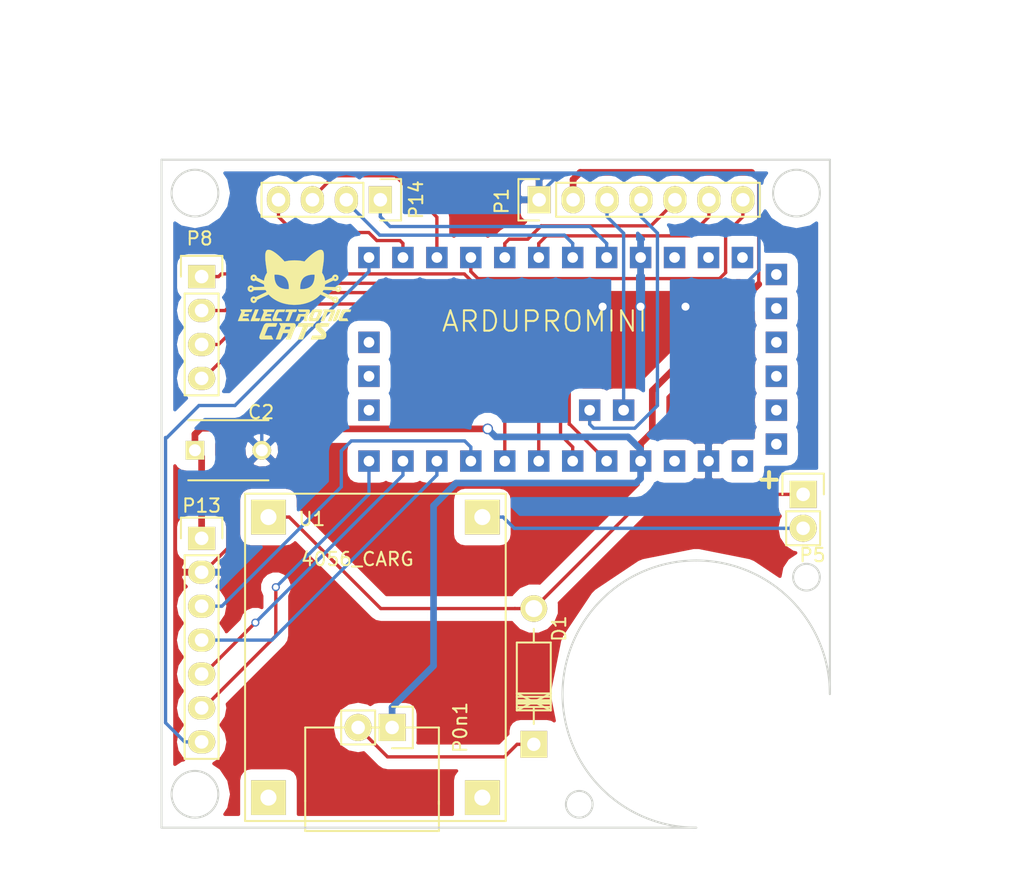
<source format=kicad_pcb>
(kicad_pcb (version 4) (host pcbnew 4.0.0-rc1-stable)

  (general
    (links 30)
    (no_connects 0)
    (area 73.387672 42.3 152.478572 110.100001)
    (thickness 1.6)
    (drawings 27)
    (tracks 181)
    (zones 0)
    (modules 11)
    (nets 37)
  )

  (page A4)
  (title_block
    (title CatSat)
    (date 2016-07-28)
    (rev 0.001)
    (company "Electronic Cats")
    (comment 1 "Eduardo Contreras")
  )

  (layers
    (0 F.Cu signal)
    (31 B.Cu signal)
    (32 B.Adhes user)
    (33 F.Adhes user)
    (34 B.Paste user)
    (35 F.Paste user)
    (36 B.SilkS user)
    (37 F.SilkS user)
    (38 B.Mask user)
    (39 F.Mask user)
    (40 Dwgs.User user)
    (41 Cmts.User user)
    (42 Eco1.User user)
    (43 Eco2.User user)
    (44 Edge.Cuts user)
    (45 Margin user)
    (46 B.CrtYd user)
    (47 F.CrtYd user)
    (48 B.Fab user)
    (49 F.Fab user)
  )

  (setup
    (last_trace_width 0.25)
    (trace_clearance 0.2)
    (zone_clearance 0.8)
    (zone_45_only no)
    (trace_min 0.2)
    (segment_width 0.2)
    (edge_width 0.15)
    (via_size 0.6)
    (via_drill 0.4)
    (via_min_size 0.4)
    (via_min_drill 0.3)
    (uvia_size 0.3)
    (uvia_drill 0.1)
    (uvias_allowed no)
    (uvia_min_size 0.2)
    (uvia_min_drill 0.1)
    (pcb_text_width 0.3)
    (pcb_text_size 1.5 1.5)
    (mod_edge_width 0.15)
    (mod_text_size 1 1)
    (mod_text_width 0.15)
    (pad_size 1.524 1.524)
    (pad_drill 0.762)
    (pad_to_mask_clearance 0.2)
    (aux_axis_origin 0 0)
    (visible_elements 7FFFFFFF)
    (pcbplotparams
      (layerselection 0x00030_80000001)
      (usegerberextensions false)
      (excludeedgelayer true)
      (linewidth 0.100000)
      (plotframeref false)
      (viasonmask false)
      (mode 1)
      (useauxorigin false)
      (hpglpennumber 1)
      (hpglpenspeed 20)
      (hpglpendiameter 15)
      (hpglpenoverlay 2)
      (psnegative false)
      (psa4output false)
      (plotreference true)
      (plotvalue true)
      (plotinvisibletext false)
      (padsonsilk false)
      (subtractmaskfromsilk false)
      (outputformat 1)
      (mirror false)
      (drillshape 1)
      (scaleselection 1)
      (outputdirectory ""))
  )

  (net 0 "")
  (net 1 GND)
  (net 2 "Net-(D1-Pad2)")
  (net 3 +BATT)
  (net 4 S_TX)
  (net 5 S_RX)
  (net 6 SCL)
  (net 7 SDA)
  (net 8 DHT/D6)
  (net 9 A3)
  (net 10 A2)
  (net 11 A1)
  (net 12 A0)
  (net 13 INT0)
  (net 14 INT1)
  (net 15 D7)
  (net 16 D8)
  (net 17 SCK)
  (net 18 MISO)
  (net 19 MOSI)
  (net 20 NSS)
  (net 21 RST)
  (net 22 "Net-(P5-Pad2)")
  (net 23 "Net-(RAW1-Pad1)")
  (net 24 "Net-(RAW1-Pad2)")
  (net 25 "Net-(RAW1-Pad3)")
  (net 26 "Net-(RAW1-Pad4)")
  (net 27 "Net-(RAW1-Pad6)")
  (net 28 "Net-(RAW1-Pad7)")
  (net 29 "Net-(RAW1-Pad8)")
  (net 30 "Net-(RAW1-Pad9)")
  (net 31 "Net-(RAW1-Pad19)")
  (net 32 "Net-(RAW1-Pad21)")
  (net 33 "Net-(U1-Pad1)")
  (net 34 "Net-(U1-Pad2)")
  (net 35 "Net-(RAW1-Pad5)")
  (net 36 "Net-(D1-Pad1)")

  (net_class Default "This is the default net class."
    (clearance 0.2)
    (trace_width 0.25)
    (via_dia 0.6)
    (via_drill 0.4)
    (uvia_dia 0.3)
    (uvia_drill 0.1)
    (add_net A0)
    (add_net A1)
    (add_net A2)
    (add_net A3)
    (add_net D7)
    (add_net D8)
    (add_net DHT/D6)
    (add_net GND)
    (add_net INT0)
    (add_net INT1)
    (add_net MISO)
    (add_net MOSI)
    (add_net NSS)
    (add_net "Net-(D1-Pad1)")
    (add_net "Net-(D1-Pad2)")
    (add_net "Net-(P5-Pad2)")
    (add_net "Net-(RAW1-Pad1)")
    (add_net "Net-(RAW1-Pad19)")
    (add_net "Net-(RAW1-Pad2)")
    (add_net "Net-(RAW1-Pad21)")
    (add_net "Net-(RAW1-Pad3)")
    (add_net "Net-(RAW1-Pad4)")
    (add_net "Net-(RAW1-Pad5)")
    (add_net "Net-(RAW1-Pad6)")
    (add_net "Net-(RAW1-Pad7)")
    (add_net "Net-(RAW1-Pad8)")
    (add_net "Net-(RAW1-Pad9)")
    (add_net "Net-(U1-Pad1)")
    (add_net "Net-(U1-Pad2)")
    (add_net RST)
    (add_net SCK)
    (add_net SCL)
    (add_net SDA)
    (add_net S_RX)
    (add_net S_TX)
  )

  (net_class BATT ""
    (clearance 0.2)
    (trace_width 0.5)
    (via_dia 0.6)
    (via_drill 0.4)
    (uvia_dia 0.3)
    (uvia_drill 0.1)
    (add_net +BATT)
  )

  (module Pin_Headers:Pin_Header_Straight_1x02 (layer F.Cu) (tedit 54EA090C) (tstamp 579FF1B6)
    (at 101.8 96.4 270)
    (descr "Through hole pin header")
    (tags "pin header")
    (path /57A00135)
    (fp_text reference P0n1 (at 0 -5.1 270) (layer F.SilkS)
      (effects (font (size 1 1) (thickness 0.15)))
    )
    (fp_text value ON (at 0 -3.1 270) (layer F.Fab)
      (effects (font (size 1 1) (thickness 0.15)))
    )
    (fp_line (start 1.27 1.27) (end 1.27 3.81) (layer F.SilkS) (width 0.15))
    (fp_line (start 1.55 -1.55) (end 1.55 0) (layer F.SilkS) (width 0.15))
    (fp_line (start -1.75 -1.75) (end -1.75 4.3) (layer F.CrtYd) (width 0.05))
    (fp_line (start 1.75 -1.75) (end 1.75 4.3) (layer F.CrtYd) (width 0.05))
    (fp_line (start -1.75 -1.75) (end 1.75 -1.75) (layer F.CrtYd) (width 0.05))
    (fp_line (start -1.75 4.3) (end 1.75 4.3) (layer F.CrtYd) (width 0.05))
    (fp_line (start 1.27 1.27) (end -1.27 1.27) (layer F.SilkS) (width 0.15))
    (fp_line (start -1.55 0) (end -1.55 -1.55) (layer F.SilkS) (width 0.15))
    (fp_line (start -1.55 -1.55) (end 1.55 -1.55) (layer F.SilkS) (width 0.15))
    (fp_line (start -1.27 1.27) (end -1.27 3.81) (layer F.SilkS) (width 0.15))
    (fp_line (start -1.27 3.81) (end 1.27 3.81) (layer F.SilkS) (width 0.15))
    (pad 1 thru_hole rect (at 0 0 270) (size 2.032 2.032) (drill 1.016) (layers *.Cu *.Mask F.SilkS)
      (net 3 +BATT))
    (pad 2 thru_hole oval (at 0 2.54 270) (size 2.032 2.032) (drill 1.016) (layers *.Cu *.Mask F.SilkS)
      (net 36 "Net-(D1-Pad1)"))
    (model Pin_Headers.3dshapes/Pin_Header_Straight_1x02.wrl
      (at (xyz 0 -0.05 0))
      (scale (xyz 1 1 1))
      (rotate (xyz 0 0 90))
    )
  )

  (module 4056_lipoCharg (layer F.Cu) (tedit 579FA8D9) (tstamp 579A942E)
    (at 89.8 77.4)
    (path /57987CA2)
    (fp_text reference U1 (at 6 3.4) (layer F.SilkS)
      (effects (font (size 1 1) (thickness 0.15)))
    )
    (fp_text value 4056_CARG (at 9.4 6.4) (layer F.SilkS)
      (effects (font (size 1 1) (thickness 0.15)))
    )
    (fp_line (start 15.5 19) (end 15.5 24.75) (layer F.SilkS) (width 0.15))
    (fp_line (start 5.5 19) (end 15.5 19) (layer F.SilkS) (width 0.15))
    (fp_line (start 5.5 24.5) (end 5.5 19) (layer F.SilkS) (width 0.15))
    (fp_line (start 15.5 26.75) (end 15.5 26) (layer F.SilkS) (width 0.15))
    (fp_line (start 5.5 26.75) (end 15.5 26.75) (layer F.SilkS) (width 0.15))
    (fp_line (start 5.5 26) (end 5.5 26.75) (layer F.SilkS) (width 0.15))
    (fp_line (start 15.5 24.5) (end 15.5 26) (layer F.SilkS) (width 0.15))
    (fp_line (start 5.5 24.5) (end 5.5 26) (layer F.SilkS) (width 0.15))
    (fp_line (start 1 26) (end 1 1.5) (layer F.SilkS) (width 0.15))
    (fp_line (start 20.5 26) (end 1 26) (layer F.SilkS) (width 0.15))
    (fp_line (start 20.5 1.5) (end 20.5 26) (layer F.SilkS) (width 0.15))
    (fp_line (start 1 1.5) (end 20.5 1.5) (layer F.SilkS) (width 0.15))
    (pad 3 thru_hole rect (at 2.75 3.25) (size 2.6 2.6) (drill 1.2) (layers *.Cu *.Mask F.SilkS)
      (net 2 "Net-(D1-Pad2)"))
    (pad 4 thru_hole rect (at 18.75 3.25) (size 2.6 2.6) (drill 1.2) (layers *.Cu *.Mask F.SilkS)
      (net 22 "Net-(P5-Pad2)"))
    (pad 1 thru_hole rect (at 2.75 24.25) (size 2.6 2.6) (drill 1.2) (layers *.Cu *.Mask F.SilkS)
      (net 33 "Net-(U1-Pad1)"))
    (pad 2 thru_hole rect (at 18.75 24.25) (size 2.6 2.6) (drill 1.2) (layers *.Cu *.Mask F.SilkS)
      (net 34 "Net-(U1-Pad2)"))
  )

  (module arduinoMiniPro (layer F.Cu) (tedit 579FA86A) (tstamp 579ABF6E)
    (at 121.66 66.3 270)
    (descr ABK-PRO-MINI)
    (path /579665C1)
    (fp_text reference RAW1 (at 2.9 10.86 360) (layer F.Fab)
      (effects (font (thickness 0.15)))
    )
    (fp_text value ARDUPROMINI (at -0.3 8.46 360) (layer F.SilkS)
      (effects (font (thickness 0.15)))
    )
    (pad 1 thru_hole rect (at -3.81 -8.89) (size 1.6 1.6) (drill 0.8) (layers *.Cu *.Mask)
      (net 23 "Net-(RAW1-Pad1)"))
    (pad 2 thru_hole rect (at -1.27 -8.89) (size 1.6 1.6) (drill 0.8) (layers *.Cu *.Mask)
      (net 24 "Net-(RAW1-Pad2)"))
    (pad 3 thru_hole rect (at 1.27 -8.89) (size 1.6 1.6) (drill 0.8) (layers *.Cu *.Mask)
      (net 25 "Net-(RAW1-Pad3)"))
    (pad 4 thru_hole rect (at 3.81 -8.89) (size 1.6 1.6) (drill 0.8) (layers *.Cu *.Mask)
      (net 26 "Net-(RAW1-Pad4)"))
    (pad 5 thru_hole rect (at 6.35 -8.89) (size 1.6 1.6) (drill 0.8) (layers *.Cu *.Mask)
      (net 35 "Net-(RAW1-Pad5)"))
    (pad 6 thru_hole rect (at 8.89 -8.89) (size 1.6 1.6) (drill 0.8) (layers *.Cu *.Mask)
      (net 27 "Net-(RAW1-Pad6)"))
    (pad 7 thru_hole rect (at -5.08 -6.35 90) (size 1.6 1.6) (drill 0.8) (layers *.Cu *.Mask)
      (net 28 "Net-(RAW1-Pad7)"))
    (pad 8 thru_hole rect (at -5.08 -3.81 90) (size 1.6 1.6) (drill 0.8) (layers *.Cu *.Mask)
      (net 29 "Net-(RAW1-Pad8)"))
    (pad 9 thru_hole rect (at -5.08 -1.27 90) (size 1.6 1.6) (drill 0.8) (layers *.Cu *.Mask)
      (net 30 "Net-(RAW1-Pad9)"))
    (pad 10 thru_hole rect (at -5.08 1.27 90) (size 1.6 1.6) (drill 0.8) (layers *.Cu *.Mask)
      (net 1 GND))
    (pad 11 thru_hole rect (at -5.08 3.81 90) (size 1.6 1.6) (drill 0.8) (layers *.Cu *.Mask)
      (net 13 INT0))
    (pad 12 thru_hole rect (at -5.08 6.35 90) (size 1.6 1.6) (drill 0.8) (layers *.Cu *.Mask)
      (net 14 INT1))
    (pad 13 thru_hole rect (at -5.08 8.89 90) (size 1.6 1.6) (drill 0.8) (layers *.Cu *.Mask)
      (net 4 S_TX))
    (pad 14 thru_hole rect (at -5.08 11.43 90) (size 1.6 1.6) (drill 0.8) (layers *.Cu *.Mask)
      (net 5 S_RX))
    (pad 15 thru_hole rect (at -5.08 13.97 90) (size 1.6 1.6) (drill 0.8) (layers *.Cu *.Mask)
      (net 8 DHT/D6))
    (pad 16 thru_hole rect (at -5.08 16.51 90) (size 1.6 1.6) (drill 0.8) (layers *.Cu *.Mask)
      (net 15 D7))
    (pad 17 thru_hole rect (at -5.08 19.05 90) (size 1.6 1.6) (drill 0.8) (layers *.Cu *.Mask)
      (net 16 D8))
    (pad 18 thru_hole rect (at -5.08 21.59 90) (size 1.6 1.6) (drill 0.8) (layers *.Cu *.Mask)
      (net 21 RST))
    (pad 19 thru_hole rect (at 10.16 -6.35 90) (size 1.6 1.6) (drill 0.8) (layers *.Cu *.Mask)
      (net 31 "Net-(RAW1-Pad19)"))
    (pad 20 thru_hole rect (at 10.16 -3.81 90) (size 1.6 1.6) (drill 0.8) (layers *.Cu *.Mask)
      (net 1 GND))
    (pad 21 thru_hole rect (at 10.16 -1.27 90) (size 1.6 1.6) (drill 0.8) (layers *.Cu *.Mask)
      (net 32 "Net-(RAW1-Pad21)"))
    (pad 22 thru_hole rect (at 10.16 1.27 90) (size 1.6 1.6) (drill 0.8) (layers *.Cu *.Mask)
      (net 3 +BATT))
    (pad 23 thru_hole rect (at 10.16 3.81 90) (size 1.6 1.6) (drill 0.8) (layers *.Cu *.Mask)
      (net 9 A3))
    (pad 24 thru_hole rect (at 10.16 6.35 90) (size 1.6 1.6) (drill 0.8) (layers *.Cu *.Mask)
      (net 10 A2))
    (pad 25 thru_hole rect (at 10.16 8.89 90) (size 1.6 1.6) (drill 0.8) (layers *.Cu *.Mask)
      (net 11 A1))
    (pad 26 thru_hole rect (at 10.16 11.43 90) (size 1.6 1.6) (drill 0.8) (layers *.Cu *.Mask)
      (net 12 A0))
    (pad 27 thru_hole rect (at 10.16 13.97 90) (size 1.6 1.6) (drill 0.8) (layers *.Cu *.Mask)
      (net 17 SCK))
    (pad 28 thru_hole rect (at 10.16 16.51 90) (size 1.6 1.6) (drill 0.8) (layers *.Cu *.Mask)
      (net 18 MISO))
    (pad 29 thru_hole rect (at 10.16 19.05 90) (size 1.6 1.6) (drill 0.8) (layers *.Cu *.Mask)
      (net 19 MOSI))
    (pad 30 thru_hole rect (at 10.16 21.59 90) (size 1.6 1.6) (drill 0.8) (layers *.Cu *.Mask)
      (net 20 NSS))
    (pad A7 thru_hole rect (at 6.35 21.59 180) (size 1.6 1.6) (drill 0.8) (layers *.Cu *.Mask))
    (pad A6 thru_hole rect (at 3.81 21.59 180) (size 1.6 1.6) (drill 0.8) (layers *.Cu *.Mask))
    (pad GND4 thru_hole rect (at 1.27 21.59 180) (size 1.6 1.6) (drill 0.8) (layers *.Cu *.Mask))
    (pad 32 thru_hole rect (at 6.35 2.54 180) (size 1.6 1.6) (drill 0.8) (layers *.Cu *.Mask)
      (net 6 SCL))
    (pad 31 thru_hole rect (at 6.35 5.08 180) (size 1.6 1.6) (drill 0.8) (layers *.Cu *.Mask)
      (net 7 SDA))
  )

  (module Diodes_ThroughHole:Diode_DO-41_SOD81_Horizontal_RM10 (layer F.Cu) (tedit 552FFCCE) (tstamp 57993936)
    (at 112.40254 97.66 90)
    (descr "Diode, DO-41, SOD81, Horizontal, RM 10mm,")
    (tags "Diode, DO-41, SOD81, Horizontal, RM 10mm, 1N4007, SB140,")
    (path /579882B5)
    (fp_text reference D1 (at 8.66 1.89746 90) (layer F.SilkS)
      (effects (font (size 1 1) (thickness 0.15)))
    )
    (fp_text value D (at 5.76 -0.25254 90) (layer F.Fab)
      (effects (font (size 1 1) (thickness 0.15)))
    )
    (fp_line (start 7.62 -0.00254) (end 8.636 -0.00254) (layer F.SilkS) (width 0.15))
    (fp_line (start 2.794 -0.00254) (end 1.524 -0.00254) (layer F.SilkS) (width 0.15))
    (fp_line (start 3.048 -1.27254) (end 3.048 1.26746) (layer F.SilkS) (width 0.15))
    (fp_line (start 3.302 -1.27254) (end 3.302 1.26746) (layer F.SilkS) (width 0.15))
    (fp_line (start 3.556 -1.27254) (end 3.556 1.26746) (layer F.SilkS) (width 0.15))
    (fp_line (start 2.794 -1.27254) (end 2.794 1.26746) (layer F.SilkS) (width 0.15))
    (fp_line (start 3.81 -1.27254) (end 2.54 1.26746) (layer F.SilkS) (width 0.15))
    (fp_line (start 2.54 -1.27254) (end 3.81 1.26746) (layer F.SilkS) (width 0.15))
    (fp_line (start 3.81 -1.27254) (end 3.81 1.26746) (layer F.SilkS) (width 0.15))
    (fp_line (start 3.175 -1.27254) (end 3.175 1.26746) (layer F.SilkS) (width 0.15))
    (fp_line (start 2.54 1.26746) (end 2.54 -1.27254) (layer F.SilkS) (width 0.15))
    (fp_line (start 2.54 -1.27254) (end 7.62 -1.27254) (layer F.SilkS) (width 0.15))
    (fp_line (start 7.62 -1.27254) (end 7.62 1.26746) (layer F.SilkS) (width 0.15))
    (fp_line (start 7.62 1.26746) (end 2.54 1.26746) (layer F.SilkS) (width 0.15))
    (pad 2 thru_hole circle (at 10.16 -0.00254 270) (size 1.99898 1.99898) (drill 1.27) (layers *.Cu *.Mask F.SilkS)
      (net 2 "Net-(D1-Pad2)"))
    (pad 1 thru_hole rect (at 0 -0.00254 270) (size 1.99898 1.99898) (drill 1.00076) (layers *.Cu *.Mask F.SilkS)
      (net 36 "Net-(D1-Pad1)"))
  )

  (module Pin_Headers:Pin_Header_Straight_1x07 (layer F.Cu) (tedit 0) (tstamp 57993951)
    (at 112.8 56.9 90)
    (descr "Through hole pin header")
    (tags "pin header")
    (path /5797DE1E)
    (fp_text reference P1 (at -0.1 -2.8 90) (layer F.SilkS)
      (effects (font (size 1 1) (thickness 0.15)))
    )
    (fp_text value CONN_01X07 (at 2.25 2.62 180) (layer F.Fab)
      (effects (font (size 1 1) (thickness 0.15)))
    )
    (fp_line (start -1.75 -1.75) (end -1.75 17) (layer F.CrtYd) (width 0.05))
    (fp_line (start 1.75 -1.75) (end 1.75 17) (layer F.CrtYd) (width 0.05))
    (fp_line (start -1.75 -1.75) (end 1.75 -1.75) (layer F.CrtYd) (width 0.05))
    (fp_line (start -1.75 17) (end 1.75 17) (layer F.CrtYd) (width 0.05))
    (fp_line (start 1.27 1.27) (end 1.27 16.51) (layer F.SilkS) (width 0.15))
    (fp_line (start 1.27 16.51) (end -1.27 16.51) (layer F.SilkS) (width 0.15))
    (fp_line (start -1.27 16.51) (end -1.27 1.27) (layer F.SilkS) (width 0.15))
    (fp_line (start 1.55 -1.55) (end 1.55 0) (layer F.SilkS) (width 0.15))
    (fp_line (start 1.27 1.27) (end -1.27 1.27) (layer F.SilkS) (width 0.15))
    (fp_line (start -1.55 0) (end -1.55 -1.55) (layer F.SilkS) (width 0.15))
    (fp_line (start -1.55 -1.55) (end 1.55 -1.55) (layer F.SilkS) (width 0.15))
    (pad 1 thru_hole rect (at 0 0 90) (size 2.032 1.7272) (drill 1.016) (layers *.Cu *.Mask F.SilkS)
      (net 1 GND))
    (pad 2 thru_hole oval (at 0 2.54 90) (size 2.032 1.7272) (drill 1.016) (layers *.Cu *.Mask F.SilkS)
      (net 3 +BATT))
    (pad 3 thru_hole oval (at 0 5.08 90) (size 2.032 1.7272) (drill 1.016) (layers *.Cu *.Mask F.SilkS)
      (net 6 SCL))
    (pad 4 thru_hole oval (at 0 7.62 90) (size 2.032 1.7272) (drill 1.016) (layers *.Cu *.Mask F.SilkS)
      (net 7 SDA))
    (pad 5 thru_hole oval (at 0 10.16 90) (size 2.032 1.7272) (drill 1.016) (layers *.Cu *.Mask F.SilkS)
      (net 5 S_RX))
    (pad 6 thru_hole oval (at 0 12.7 90) (size 2.032 1.7272) (drill 1.016) (layers *.Cu *.Mask F.SilkS)
      (net 4 S_TX))
    (pad 7 thru_hole oval (at 0 15.24 90) (size 2.032 1.7272) (drill 1.016) (layers *.Cu *.Mask F.SilkS)
      (net 8 DHT/D6))
    (model Pin_Headers.3dshapes/Pin_Header_Straight_1x07.wrl
      (at (xyz 0 -0.3 0))
      (scale (xyz 1 1 1))
      (rotate (xyz 0 0 90))
    )
  )

  (module Pin_Headers:Pin_Header_Straight_1x02 (layer F.Cu) (tedit 54EA090C) (tstamp 57993972)
    (at 132.55 78.95)
    (descr "Through hole pin header")
    (tags "pin header")
    (path /57987F4D)
    (fp_text reference P5 (at 0.7 4.55) (layer F.SilkS)
      (effects (font (size 1 1) (thickness 0.15)))
    )
    (fp_text value BATTERY (at -1.95 3.05 90) (layer F.Fab)
      (effects (font (size 1 1) (thickness 0.15)))
    )
    (fp_line (start 1.27 1.27) (end 1.27 3.81) (layer F.SilkS) (width 0.15))
    (fp_line (start 1.55 -1.55) (end 1.55 0) (layer F.SilkS) (width 0.15))
    (fp_line (start -1.75 -1.75) (end -1.75 4.3) (layer F.CrtYd) (width 0.05))
    (fp_line (start 1.75 -1.75) (end 1.75 4.3) (layer F.CrtYd) (width 0.05))
    (fp_line (start -1.75 -1.75) (end 1.75 -1.75) (layer F.CrtYd) (width 0.05))
    (fp_line (start -1.75 4.3) (end 1.75 4.3) (layer F.CrtYd) (width 0.05))
    (fp_line (start 1.27 1.27) (end -1.27 1.27) (layer F.SilkS) (width 0.15))
    (fp_line (start -1.55 0) (end -1.55 -1.55) (layer F.SilkS) (width 0.15))
    (fp_line (start -1.55 -1.55) (end 1.55 -1.55) (layer F.SilkS) (width 0.15))
    (fp_line (start -1.27 1.27) (end -1.27 3.81) (layer F.SilkS) (width 0.15))
    (fp_line (start -1.27 3.81) (end 1.27 3.81) (layer F.SilkS) (width 0.15))
    (pad 1 thru_hole rect (at 0 0) (size 2.032 2.032) (drill 1.016) (layers *.Cu *.Mask F.SilkS)
      (net 2 "Net-(D1-Pad2)"))
    (pad 2 thru_hole oval (at 0 2.54) (size 2.032 2.032) (drill 1.016) (layers *.Cu *.Mask F.SilkS)
      (net 22 "Net-(P5-Pad2)"))
    (model Pin_Headers.3dshapes/Pin_Header_Straight_1x02.wrl
      (at (xyz 0 -0.05 0))
      (scale (xyz 1 1 1))
      (rotate (xyz 0 0 90))
    )
  )

  (module Pin_Headers:Pin_Header_Straight_1x04 (layer F.Cu) (tedit 0) (tstamp 57993985)
    (at 87.55 62.65)
    (descr "Through hole pin header")
    (tags "pin header")
    (path /57965E45/57992991)
    (fp_text reference P8 (at -0.15 -2.85) (layer F.SilkS)
      (effects (font (size 1 1) (thickness 0.15)))
    )
    (fp_text value CONN_01X04 (at -2.25 3.25 90) (layer F.Fab)
      (effects (font (size 1 1) (thickness 0.15)))
    )
    (fp_line (start -1.75 -1.75) (end -1.75 9.4) (layer F.CrtYd) (width 0.05))
    (fp_line (start 1.75 -1.75) (end 1.75 9.4) (layer F.CrtYd) (width 0.05))
    (fp_line (start -1.75 -1.75) (end 1.75 -1.75) (layer F.CrtYd) (width 0.05))
    (fp_line (start -1.75 9.4) (end 1.75 9.4) (layer F.CrtYd) (width 0.05))
    (fp_line (start -1.27 1.27) (end -1.27 8.89) (layer F.SilkS) (width 0.15))
    (fp_line (start 1.27 1.27) (end 1.27 8.89) (layer F.SilkS) (width 0.15))
    (fp_line (start 1.55 -1.55) (end 1.55 0) (layer F.SilkS) (width 0.15))
    (fp_line (start -1.27 8.89) (end 1.27 8.89) (layer F.SilkS) (width 0.15))
    (fp_line (start 1.27 1.27) (end -1.27 1.27) (layer F.SilkS) (width 0.15))
    (fp_line (start -1.55 0) (end -1.55 -1.55) (layer F.SilkS) (width 0.15))
    (fp_line (start -1.55 -1.55) (end 1.55 -1.55) (layer F.SilkS) (width 0.15))
    (pad 1 thru_hole rect (at 0 0) (size 2.032 1.7272) (drill 1.016) (layers *.Cu *.Mask F.SilkS)
      (net 9 A3))
    (pad 2 thru_hole oval (at 0 2.54) (size 2.032 1.7272) (drill 1.016) (layers *.Cu *.Mask F.SilkS)
      (net 10 A2))
    (pad 3 thru_hole oval (at 0 5.08) (size 2.032 1.7272) (drill 1.016) (layers *.Cu *.Mask F.SilkS)
      (net 11 A1))
    (pad 4 thru_hole oval (at 0 7.62) (size 2.032 1.7272) (drill 1.016) (layers *.Cu *.Mask F.SilkS)
      (net 12 A0))
    (model Pin_Headers.3dshapes/Pin_Header_Straight_1x04.wrl
      (at (xyz 0 -0.15 0))
      (scale (xyz 1 1 1))
      (rotate (xyz 0 0 90))
    )
  )

  (module Pin_Headers:Pin_Header_Straight_1x07 (layer F.Cu) (tedit 0) (tstamp 579939B6)
    (at 87.55 82.24)
    (descr "Through hole pin header")
    (tags "pin header")
    (path /57965E56/579A56D1)
    (fp_text reference P13 (at 0 -2.44) (layer F.SilkS)
      (effects (font (size 1 1) (thickness 0.15)))
    )
    (fp_text value CONN_01X07 (at -2.25 6.79 90) (layer F.Fab)
      (effects (font (size 1 1) (thickness 0.15)))
    )
    (fp_line (start -1.75 -1.75) (end -1.75 17) (layer F.CrtYd) (width 0.05))
    (fp_line (start 1.75 -1.75) (end 1.75 17) (layer F.CrtYd) (width 0.05))
    (fp_line (start -1.75 -1.75) (end 1.75 -1.75) (layer F.CrtYd) (width 0.05))
    (fp_line (start -1.75 17) (end 1.75 17) (layer F.CrtYd) (width 0.05))
    (fp_line (start 1.27 1.27) (end 1.27 16.51) (layer F.SilkS) (width 0.15))
    (fp_line (start 1.27 16.51) (end -1.27 16.51) (layer F.SilkS) (width 0.15))
    (fp_line (start -1.27 16.51) (end -1.27 1.27) (layer F.SilkS) (width 0.15))
    (fp_line (start 1.55 -1.55) (end 1.55 0) (layer F.SilkS) (width 0.15))
    (fp_line (start 1.27 1.27) (end -1.27 1.27) (layer F.SilkS) (width 0.15))
    (fp_line (start -1.55 0) (end -1.55 -1.55) (layer F.SilkS) (width 0.15))
    (fp_line (start -1.55 -1.55) (end 1.55 -1.55) (layer F.SilkS) (width 0.15))
    (pad 1 thru_hole rect (at 0 0) (size 2.032 1.7272) (drill 1.016) (layers *.Cu *.Mask F.SilkS)
      (net 3 +BATT))
    (pad 2 thru_hole oval (at 0 2.54) (size 2.032 1.7272) (drill 1.016) (layers *.Cu *.Mask F.SilkS)
      (net 1 GND))
    (pad 3 thru_hole oval (at 0 5.08) (size 2.032 1.7272) (drill 1.016) (layers *.Cu *.Mask F.SilkS)
      (net 17 SCK))
    (pad 4 thru_hole oval (at 0 7.62) (size 2.032 1.7272) (drill 1.016) (layers *.Cu *.Mask F.SilkS)
      (net 18 MISO))
    (pad 5 thru_hole oval (at 0 10.16) (size 2.032 1.7272) (drill 1.016) (layers *.Cu *.Mask F.SilkS)
      (net 19 MOSI))
    (pad 6 thru_hole oval (at 0 12.7) (size 2.032 1.7272) (drill 1.016) (layers *.Cu *.Mask F.SilkS)
      (net 20 NSS))
    (pad 7 thru_hole oval (at 0 15.24) (size 2.032 1.7272) (drill 1.016) (layers *.Cu *.Mask F.SilkS)
      (net 21 RST))
    (model Pin_Headers.3dshapes/Pin_Header_Straight_1x07.wrl
      (at (xyz 0 -0.3 0))
      (scale (xyz 1 1 1))
      (rotate (xyz 0 0 90))
    )
  )

  (module Pin_Headers:Pin_Header_Straight_1x04 (layer F.Cu) (tedit 0) (tstamp 579939BE)
    (at 100.92 56.9 270)
    (descr "Through hole pin header")
    (tags "pin header")
    (path /57965E56/579A56D8)
    (fp_text reference P14 (at 0 -2.68 270) (layer F.SilkS)
      (effects (font (size 1 1) (thickness 0.15)))
    )
    (fp_text value CONN_01X04 (at -2.25 4.83 360) (layer F.Fab)
      (effects (font (size 1 1) (thickness 0.15)))
    )
    (fp_line (start -1.75 -1.75) (end -1.75 9.4) (layer F.CrtYd) (width 0.05))
    (fp_line (start 1.75 -1.75) (end 1.75 9.4) (layer F.CrtYd) (width 0.05))
    (fp_line (start -1.75 -1.75) (end 1.75 -1.75) (layer F.CrtYd) (width 0.05))
    (fp_line (start -1.75 9.4) (end 1.75 9.4) (layer F.CrtYd) (width 0.05))
    (fp_line (start -1.27 1.27) (end -1.27 8.89) (layer F.SilkS) (width 0.15))
    (fp_line (start 1.27 1.27) (end 1.27 8.89) (layer F.SilkS) (width 0.15))
    (fp_line (start 1.55 -1.55) (end 1.55 0) (layer F.SilkS) (width 0.15))
    (fp_line (start -1.27 8.89) (end 1.27 8.89) (layer F.SilkS) (width 0.15))
    (fp_line (start 1.27 1.27) (end -1.27 1.27) (layer F.SilkS) (width 0.15))
    (fp_line (start -1.55 0) (end -1.55 -1.55) (layer F.SilkS) (width 0.15))
    (fp_line (start -1.55 -1.55) (end 1.55 -1.55) (layer F.SilkS) (width 0.15))
    (pad 1 thru_hole rect (at 0 0 270) (size 2.032 1.7272) (drill 1.016) (layers *.Cu *.Mask F.SilkS)
      (net 13 INT0))
    (pad 2 thru_hole oval (at 0 2.54 270) (size 2.032 1.7272) (drill 1.016) (layers *.Cu *.Mask F.SilkS)
      (net 14 INT1))
    (pad 3 thru_hole oval (at 0 5.08 270) (size 2.032 1.7272) (drill 1.016) (layers *.Cu *.Mask F.SilkS)
      (net 15 D7))
    (pad 4 thru_hole oval (at 0 7.62 270) (size 2.032 1.7272) (drill 1.016) (layers *.Cu *.Mask F.SilkS)
      (net 16 D8))
    (model Pin_Headers.3dshapes/Pin_Header_Straight_1x04.wrl
      (at (xyz 0 -0.15 0))
      (scale (xyz 1 1 1))
      (rotate (xyz 0 0 90))
    )
  )

  (module Capacitors_ThroughHole:C_Disc_D6_P5 (layer F.Cu) (tedit 0) (tstamp 579BB1D2)
    (at 87.05 75.65)
    (descr "Capacitor 6mm Disc, Pitch 5mm")
    (tags Capacitor)
    (path /57965E56/579BCEC3)
    (fp_text reference C2 (at 4.95 -2.85) (layer F.SilkS)
      (effects (font (size 1 1) (thickness 0.15)))
    )
    (fp_text value C (at 2.5 3.5) (layer F.Fab)
      (effects (font (size 1 1) (thickness 0.15)))
    )
    (fp_line (start -0.95 -2.5) (end 5.95 -2.5) (layer F.CrtYd) (width 0.05))
    (fp_line (start 5.95 -2.5) (end 5.95 2.5) (layer F.CrtYd) (width 0.05))
    (fp_line (start 5.95 2.5) (end -0.95 2.5) (layer F.CrtYd) (width 0.05))
    (fp_line (start -0.95 2.5) (end -0.95 -2.5) (layer F.CrtYd) (width 0.05))
    (fp_line (start -0.5 -2.25) (end 5.5 -2.25) (layer F.SilkS) (width 0.15))
    (fp_line (start 5.5 2.25) (end -0.5 2.25) (layer F.SilkS) (width 0.15))
    (pad 1 thru_hole rect (at 0 0) (size 1.4 1.4) (drill 0.9) (layers *.Cu *.Mask F.SilkS)
      (net 3 +BATT))
    (pad 2 thru_hole circle (at 5 0) (size 1.4 1.4) (drill 0.9) (layers *.Cu *.Mask F.SilkS)
      (net 1 GND))
    (model Capacitors_ThroughHole.3dshapes/C_Disc_D6_P5.wrl
      (at (xyz 0.0984252 0 0))
      (scale (xyz 1 1 1))
      (rotate (xyz 0 0 0))
    )
  )

  (module theinventorhouse:electronic_cats_logo_8x6 (layer F.Cu) (tedit 0) (tstamp 579FBCDC)
    (at 94.5 64)
    (fp_text reference G*** (at 0 0) (layer F.SilkS) hide
      (effects (font (thickness 0.3)))
    )
    (fp_text value LOGO (at 0.75 0) (layer F.SilkS) hide
      (effects (font (thickness 0.3)))
    )
    (fp_poly (pts (xy -1.511952 2.134469) (xy -1.457322 2.134584) (xy -1.408721 2.134798) (xy -1.367028 2.135106)
      (xy -1.333123 2.135503) (xy -1.307886 2.135985) (xy -1.292197 2.136546) (xy -1.286933 2.137166)
      (xy -1.288907 2.144025) (xy -1.294337 2.159457) (xy -1.302488 2.181556) (xy -1.312625 2.208412)
      (xy -1.324012 2.238118) (xy -1.335914 2.268766) (xy -1.347595 2.298447) (xy -1.358321 2.325254)
      (xy -1.367355 2.347279) (xy -1.373007 2.360481) (xy -1.38977 2.398273) (xy -1.650207 2.399992)
      (xy -1.711234 2.400408) (xy -1.762016 2.400814) (xy -1.8036 2.401261) (xy -1.837031 2.4018)
      (xy -1.863353 2.402483) (xy -1.883612 2.40336) (xy -1.898852 2.404484) (xy -1.910119 2.405905)
      (xy -1.918458 2.407675) (xy -1.924914 2.409846) (xy -1.930531 2.412467) (xy -1.933222 2.413894)
      (xy -1.956584 2.429106) (xy -1.976812 2.448526) (xy -1.995034 2.473783) (xy -2.012374 2.50651)
      (xy -2.029956 2.548336) (xy -2.034811 2.561185) (xy -2.042642 2.581822) (xy -2.05406 2.611251)
      (xy -2.068405 2.647803) (xy -2.085019 2.689812) (xy -2.10324 2.735608) (xy -2.122411 2.783525)
      (xy -2.141384 2.830688) (xy -2.159759 2.876395) (xy -2.17689 2.91931) (xy -2.192288 2.958193)
      (xy -2.205469 2.991804) (xy -2.215947 3.018901) (xy -2.223235 3.038245) (xy -2.226848 3.048595)
      (xy -2.227072 3.049411) (xy -2.23078 3.064933) (xy -1.728641 3.064933) (xy -1.673661 3.182055)
      (xy -1.657155 3.217406) (xy -1.641663 3.250935) (xy -1.628047 3.280746) (xy -1.617171 3.304946)
      (xy -1.609898 3.32164) (xy -1.608112 3.325988) (xy -1.597543 3.3528) (xy -2.064538 3.35255)
      (xy -2.148085 3.352497) (xy -2.221092 3.352423) (xy -2.284306 3.352311) (xy -2.338477 3.352143)
      (xy -2.384352 3.351902) (xy -2.422681 3.351572) (xy -2.454211 3.351135) (xy -2.479691 3.350574)
      (xy -2.499869 3.349872) (xy -2.515493 3.349012) (xy -2.527313 3.347977) (xy -2.536076 3.346749)
      (xy -2.542531 3.345313) (xy -2.547426 3.34365) (xy -2.55151 3.341743) (xy -2.552122 3.341423)
      (xy -2.581872 3.319531) (xy -2.60532 3.289458) (xy -2.621536 3.252954) (xy -2.629586 3.211767)
      (xy -2.630311 3.194633) (xy -2.628535 3.169238) (xy -2.623056 3.138459) (xy -2.613648 3.101603)
      (xy -2.600085 3.057977) (xy -2.58214 3.006886) (xy -2.559587 2.947637) (xy -2.532201 2.879535)
      (xy -2.510929 2.828358) (xy -2.494754 2.789239) (xy -2.476975 2.745214) (xy -2.459384 2.700785)
      (xy -2.443774 2.660451) (xy -2.438575 2.646709) (xy -2.413265 2.580405) (xy -2.387347 2.514678)
      (xy -2.361711 2.451694) (xy -2.33725 2.393617) (xy -2.314854 2.342615) (xy -2.301271 2.313103)
      (xy -2.27273 2.260395) (xy -2.241285 2.217763) (xy -2.205995 2.184165) (xy -2.165919 2.15856)
      (xy -2.158286 2.154796) (xy -2.119489 2.136422) (xy -1.703211 2.134772) (xy -1.635776 2.134558)
      (xy -1.57173 2.134459) (xy -1.511952 2.134469)) (layer F.SilkS) (width 0.01))
    (fp_poly (pts (xy -0.758396 2.134512) (xy -0.668554 2.134699) (xy -0.594078 2.134912) (xy -0.50221 2.135213)
      (xy -0.420943 2.135513) (xy -0.349591 2.135826) (xy -0.287464 2.136166) (xy -0.233876 2.136545)
      (xy -0.188139 2.136978) (xy -0.149566 2.137477) (xy -0.117469 2.138056) (xy -0.09116 2.138729)
      (xy -0.069952 2.139509) (xy -0.053158 2.14041) (xy -0.040089 2.141445) (xy -0.030058 2.142628)
      (xy -0.022378 2.143971) (xy -0.016362 2.14549) (xy -0.013865 2.146284) (xy 0.022439 2.164287)
      (xy 0.052406 2.190922) (xy 0.075079 2.224894) (xy 0.089502 2.26491) (xy 0.093857 2.291918)
      (xy 0.094487 2.313724) (xy 0.092427 2.338488) (xy 0.087413 2.367055) (xy 0.079176 2.400274)
      (xy 0.067453 2.438988) (xy 0.051978 2.484046) (xy 0.032483 2.536293) (xy 0.008705 2.596575)
      (xy -0.019624 2.665738) (xy -0.035423 2.703546) (xy -0.048183 2.734323) (xy -0.064329 2.77391)
      (xy -0.083174 2.820588) (xy -0.10403 2.87264) (xy -0.126212 2.928347) (xy -0.149031 2.985991)
      (xy -0.171802 3.043853) (xy -0.188885 3.087511) (xy -0.291302 3.349977) (xy -0.473029 3.351467)
      (xy -0.528061 3.351747) (xy -0.573708 3.351616) (xy -0.609582 3.351083) (xy -0.635294 3.350157)
      (xy -0.650453 3.348847) (xy -0.654756 3.347387) (xy -0.652752 3.34111) (xy -0.647025 3.325444)
      (xy -0.638001 3.301501) (xy -0.626105 3.270391) (xy -0.611763 3.233223) (xy -0.595402 3.191109)
      (xy -0.577446 3.145159) (xy -0.566513 3.117297) (xy -0.547726 3.069431) (xy -0.530179 3.024594)
      (xy -0.514314 2.983926) (xy -0.500573 2.948565) (xy -0.489397 2.919652) (xy -0.48123 2.898324)
      (xy -0.476513 2.885722) (xy -0.475543 2.8829) (xy -0.47539 2.880223) (xy -0.477298 2.878077)
      (xy -0.482369 2.876404) (xy -0.491702 2.875146) (xy -0.506399 2.874243) (xy -0.527559 2.873638)
      (xy -0.556284 2.873272) (xy -0.593673 2.873088) (xy -0.640827 2.873025) (xy -0.661801 2.873022)
      (xy -0.850785 2.873022) (xy -0.882147 2.947811) (xy -0.893122 2.974256) (xy -0.907257 3.008736)
      (xy -0.923555 3.048791) (xy -0.941017 3.091961) (xy -0.958644 3.135785) (xy -0.970726 3.165987)
      (xy -0.986366 3.204964) (xy -1.001209 3.241542) (xy -1.014579 3.274091) (xy -1.025802 3.300981)
      (xy -1.034204 3.320583) (xy -1.039019 3.331087) (xy -1.050096 3.3528) (xy -1.227782 3.3528)
      (xy -1.283252 3.35262) (xy -1.328714 3.352088) (xy -1.363898 3.351212) (xy -1.388536 3.350001)
      (xy -1.402359 3.348463) (xy -1.405467 3.34711) (xy -1.403423 3.341084) (xy -1.397541 3.325526)
      (xy -1.388197 3.30138) (xy -1.375767 3.269587) (xy -1.360626 3.231091) (xy -1.34315 3.186833)
      (xy -1.323714 3.137755) (xy -1.302694 3.084801) (xy -1.280466 3.028912) (xy -1.257405 2.97103)
      (xy -1.233886 2.912098) (xy -1.210286 2.853059) (xy -1.18698 2.794854) (xy -1.164343 2.738426)
      (xy -1.142751 2.684717) (xy -1.122581 2.634669) (xy -1.111751 2.607883) (xy -0.745026 2.607883)
      (xy -0.554547 2.606397) (xy -0.364067 2.604911) (xy -0.346131 2.568222) (xy -0.335166 2.543332)
      (xy -0.323986 2.514029) (xy -0.315429 2.488002) (xy -0.309109 2.464971) (xy -0.306297 2.449677)
      (xy -0.306699 2.439226) (xy -0.309718 2.431291) (xy -0.314536 2.422989) (xy -0.319973 2.416398)
      (xy -0.327319 2.411303) (xy -0.337864 2.40749) (xy -0.352898 2.404743) (xy -0.37371 2.402849)
      (xy -0.401592 2.401592) (xy -0.437831 2.400759) (xy -0.48372 2.400135) (xy -0.498007 2.399973)
      (xy -0.654525 2.398236) (xy -0.665891 2.416907) (xy -0.674267 2.432917) (xy -0.685776 2.458318)
      (xy -0.699878 2.491828) (xy -0.71603 2.532163) (xy -0.731603 2.57253) (xy -0.745026 2.607883)
      (xy -1.111751 2.607883) (xy -1.104206 2.589225) (xy -1.088003 2.549328) (xy -1.074348 2.515918)
      (xy -1.068503 2.501723) (xy -1.025872 2.398535) (xy -1.085847 2.272203) (xy -1.102384 2.237124)
      (xy -1.117174 2.205275) (xy -1.129559 2.178116) (xy -1.138878 2.157109) (xy -1.14447 2.143712)
      (xy -1.145822 2.139525) (xy -1.142579 2.138408) (xy -1.132569 2.137437) (xy -1.11537 2.136609)
      (xy -1.090564 2.13592) (xy -1.057729 2.135366) (xy -1.016444 2.134945) (xy -0.966289 2.134653)
      (xy -0.906843 2.134485) (xy -0.837685 2.13444) (xy -0.758396 2.134512)) (layer F.SilkS) (width 0.01))
    (fp_poly (pts (xy 1.005374 2.133101) (xy 1.072832 2.133233) (xy 1.137829 2.133459) (xy 1.199452 2.13378)
      (xy 1.256786 2.134198) (xy 1.308917 2.134713) (xy 1.35493 2.135326) (xy 1.393912 2.136038)
      (xy 1.424947 2.13685) (xy 1.447123 2.137762) (xy 1.459524 2.138777) (xy 1.461911 2.139498)
      (xy 1.459955 2.146219) (xy 1.454462 2.161933) (xy 1.445993 2.185116) (xy 1.435111 2.214244)
      (xy 1.422378 2.247792) (xy 1.413028 2.272143) (xy 1.364145 2.398888) (xy 1.010546 2.398888)
      (xy 0.995454 2.428522) (xy 0.988093 2.444315) (xy 0.977915 2.467989) (xy 0.966042 2.496847)
      (xy 0.953596 2.528188) (xy 0.947939 2.542822) (xy 0.933802 2.579324) (xy 0.918042 2.619348)
      (xy 0.902408 2.658488) (xy 0.88865 2.692339) (xy 0.886295 2.698044) (xy 0.878575 2.716927)
      (xy 0.867221 2.745035) (xy 0.852744 2.781092) (xy 0.835652 2.823824) (xy 0.816455 2.871953)
      (xy 0.795661 2.924203) (xy 0.773781 2.9793) (xy 0.751324 3.035967) (xy 0.742095 3.059288)
      (xy 0.627116 3.349977) (xy 0.254534 3.352951) (xy 0.26003 3.337353) (xy 0.262913 3.329863)
      (xy 0.269678 3.312678) (xy 0.280011 3.286583) (xy 0.293599 3.252364) (xy 0.310129 3.210807)
      (xy 0.32929 3.162698) (xy 0.350767 3.108822) (xy 0.374248 3.049965) (xy 0.399419 2.986912)
      (xy 0.425969 2.920449) (xy 0.44831 2.864555) (xy 0.475575 2.796237) (xy 0.50155 2.730915)
      (xy 0.52594 2.669347) (xy 0.548447 2.612294) (xy 0.568775 2.560515) (xy 0.586627 2.51477)
      (xy 0.601707 2.475819) (xy 0.613717 2.444422) (xy 0.622362 2.421338) (xy 0.627345 2.407327)
      (xy 0.628481 2.403122) (xy 0.622431 2.402149) (xy 0.606372 2.401255) (xy 0.581587 2.400466)
      (xy 0.549357 2.399809) (xy 0.510961 2.399309) (xy 0.467682 2.398994) (xy 0.42262 2.398888)
      (xy 0.219372 2.398888) (xy 0.223231 2.386188) (xy 0.22599 2.378292) (xy 0.232035 2.361676)
      (xy 0.240676 2.33819) (xy 0.251227 2.309682) (xy 0.263 2.278001) (xy 0.275307 2.244993)
      (xy 0.287461 2.212509) (xy 0.298773 2.182394) (xy 0.308556 2.156499) (xy 0.314593 2.140655)
      (xy 0.320502 2.139562) (xy 0.336749 2.13855) (xy 0.362421 2.13762) (xy 0.396604 2.136774)
      (xy 0.438383 2.136013) (xy 0.486844 2.135336) (xy 0.541073 2.134746) (xy 0.600155 2.134242)
      (xy 0.663176 2.133827) (xy 0.729223 2.1335) (xy 0.79738 2.133263) (xy 0.866734 2.133117)
      (xy 0.93637 2.133063) (xy 1.005374 2.133101)) (layer F.SilkS) (width 0.01))
    (fp_poly (pts (xy 2.448718 2.134699) (xy 2.498882 2.134872) (xy 2.542225 2.135141) (xy 2.577884 2.135501)
      (xy 2.604996 2.135947) (xy 2.622699 2.136477) (xy 2.630131 2.137084) (xy 2.630311 2.137201)
      (xy 2.62831 2.143399) (xy 2.622704 2.158536) (xy 2.614083 2.181072) (xy 2.60304 2.209467)
      (xy 2.590167 2.242181) (xy 2.583022 2.260198) (xy 2.56922 2.294975) (xy 2.556707 2.326623)
      (xy 2.546129 2.353502) (xy 2.538131 2.37397) (xy 2.533358 2.386386) (xy 2.532399 2.389011)
      (xy 2.530996 2.391373) (xy 2.527873 2.393327) (xy 2.522043 2.394912) (xy 2.512522 2.396166)
      (xy 2.498323 2.397127) (xy 2.478463 2.397835) (xy 2.451955 2.398327) (xy 2.417813 2.398642)
      (xy 2.375054 2.398818) (xy 2.322691 2.398895) (xy 2.279121 2.398909) (xy 2.219298 2.398936)
      (xy 2.169712 2.399033) (xy 2.129314 2.399244) (xy 2.097053 2.399611) (xy 2.071877 2.400177)
      (xy 2.052737 2.400985) (xy 2.038581 2.402077) (xy 2.028359 2.403497) (xy 2.021019 2.405286)
      (xy 2.015512 2.407489) (xy 2.011337 2.409809) (xy 1.998349 2.419648) (xy 1.991059 2.430579)
      (xy 1.989911 2.443428) (xy 1.995348 2.459019) (xy 2.007812 2.478176) (xy 2.027746 2.501723)
      (xy 2.055594 2.530485) (xy 2.091798 2.565286) (xy 2.098016 2.571115) (xy 2.1458 2.616648)
      (xy 2.190644 2.661052) (xy 2.231397 2.703113) (xy 2.266912 2.741615) (xy 2.296037 2.775346)
      (xy 2.317622 2.803089) (xy 2.317657 2.803137) (xy 2.341533 2.844299) (xy 2.360277 2.892812)
      (xy 2.372771 2.945471) (xy 2.376156 2.970642) (xy 2.378329 3.020326) (xy 2.375437 3.071146)
      (xy 2.367947 3.120341) (xy 2.356327 3.165147) (xy 2.341046 3.202802) (xy 2.334956 3.213721)
      (xy 2.310784 3.24584) (xy 2.279356 3.276773) (xy 2.244477 3.303086) (xy 2.221144 3.316387)
      (xy 2.208052 3.322798) (xy 2.196218 3.328409) (xy 2.184833 3.333274) (xy 2.173086 3.337445)
      (xy 2.160167 3.340976) (xy 2.145266 3.343921) (xy 2.127571 3.346332) (xy 2.106272 3.348262)
      (xy 2.08056 3.349766) (xy 2.049623 3.350895) (xy 2.012651 3.351704) (xy 1.968834 3.352246)
      (xy 1.917362 3.352573) (xy 1.857423 3.352739) (xy 1.788208 3.352797) (xy 1.708906 3.352801)
      (xy 1.666747 3.3528) (xy 1.594682 3.352739) (xy 1.526568 3.352563) (xy 1.463201 3.35228)
      (xy 1.405379 3.351899) (xy 1.353898 3.351428) (xy 1.309552 3.350878) (xy 1.27314 3.350255)
      (xy 1.245456 3.34957) (xy 1.227297 3.348831) (xy 1.21946 3.348046) (xy 1.2192 3.347872)
      (xy 1.221152 3.341476) (xy 1.226652 3.326001) (xy 1.235162 3.302889) (xy 1.246145 3.273587)
      (xy 1.259066 3.239537) (xy 1.272167 3.205349) (xy 1.325134 3.067755) (xy 1.652011 3.064933)
      (xy 1.721307 3.064315) (xy 1.780207 3.063731) (xy 1.829605 3.063145) (xy 1.870393 3.062526)
      (xy 1.903464 3.061838) (xy 1.929712 3.061047) (xy 1.950029 3.060121) (xy 1.965308 3.059024)
      (xy 1.976443 3.057723) (xy 1.984326 3.056184) (xy 1.98985 3.054374) (xy 1.993909 3.052258)
      (xy 1.994412 3.051934) (xy 2.009185 3.039945) (xy 2.01722 3.026989) (xy 2.018137 3.012156)
      (xy 2.011556 2.994535) (xy 1.997094 2.973217) (xy 1.974372 2.94729) (xy 1.943007 2.915846)
      (xy 1.933759 2.907004) (xy 1.911102 2.885292) (xy 1.882361 2.857429) (xy 1.849419 2.825258)
      (xy 1.81416 2.790624) (xy 1.778467 2.755373) (xy 1.746442 2.723559) (xy 1.708074 2.685015)
      (xy 1.67704 2.6531) (xy 1.652402 2.626766) (xy 1.633217 2.604965) (xy 1.618546 2.58665)
      (xy 1.607447 2.570771) (xy 1.603385 2.56417) (xy 1.580849 2.520884) (xy 1.566521 2.480088)
      (xy 1.559294 2.437894) (xy 1.557867 2.404308) (xy 1.5616 2.34441) (xy 1.573001 2.292628)
      (xy 1.592369 2.248523) (xy 1.620001 2.211657) (xy 1.656198 2.181593) (xy 1.701258 2.157893)
      (xy 1.734289 2.146046) (xy 1.740937 2.144331) (xy 1.749505 2.14283) (xy 1.76077 2.141522)
      (xy 1.775509 2.14039) (xy 1.7945 2.139416) (xy 1.818521 2.13858) (xy 1.84835 2.137865)
      (xy 1.884763 2.137252) (xy 1.928538 2.136722) (xy 1.980454 2.136256) (xy 2.041288 2.135838)
      (xy 2.111817 2.135447) (xy 2.192818 2.135065) (xy 2.1971 2.135046) (xy 2.265924 2.134795)
      (xy 2.331376 2.134656) (xy 2.392596 2.134626) (xy 2.448718 2.134699)) (layer F.SilkS) (width 0.01))
    (fp_poly (pts (xy -2.688812 1.118905) (xy -2.691443 1.126336) (xy -2.697869 1.143309) (xy -2.707718 1.168875)
      (xy -2.720621 1.202084) (xy -2.736206 1.241987) (xy -2.754101 1.287633) (xy -2.773937 1.338074)
      (xy -2.795343 1.392359) (xy -2.817946 1.449538) (xy -2.818375 1.450622) (xy -2.944605 1.769533)
      (xy -2.756413 1.771019) (xy -2.711602 1.77146) (xy -2.670609 1.77203) (xy -2.634741 1.772698)
      (xy -2.605308 1.773433) (xy -2.583619 1.774203) (xy -2.570982 1.774978) (xy -2.568222 1.775513)
      (xy -2.570255 1.781478) (xy -2.575884 1.796108) (xy -2.58441 1.817632) (xy -2.595132 1.844276)
      (xy -2.604463 1.867213) (xy -2.616799 1.897748) (xy -2.627813 1.925656) (xy -2.636692 1.948828)
      (xy -2.642624 1.965155) (xy -2.644586 1.971374) (xy -2.648468 1.986844) (xy -3.297116 1.986844)
      (xy -3.293368 1.974144) (xy -3.290731 1.967033) (xy -3.284217 1.950251) (xy -3.274148 1.924607)
      (xy -3.260844 1.890912) (xy -3.244628 1.849973) (xy -3.225819 1.8026) (xy -3.204739 1.749601)
      (xy -3.181709 1.691787) (xy -3.15705 1.629966) (xy -3.131083 1.564947) (xy -3.119228 1.535288)
      (xy -2.948836 1.109133) (xy -2.817158 1.107616) (xy -2.685479 1.106099) (xy -2.688812 1.118905)) (layer F.SilkS) (width 0.01))
    (fp_poly (pts (xy 1.770214 1.112167) (xy 1.836284 1.112556) (xy 1.891463 1.113207) (xy 1.935671 1.114119)
      (xy 1.968825 1.115289) (xy 1.990845 1.116716) (xy 2.000955 1.118185) (xy 2.032619 1.132226)
      (xy 2.057659 1.154316) (xy 2.074703 1.182695) (xy 2.082381 1.215602) (xy 2.082676 1.223141)
      (xy 2.082058 1.234537) (xy 2.079887 1.248287) (xy 2.075853 1.265286) (xy 2.069649 1.286426)
      (xy 2.060963 1.312601) (xy 2.049487 1.344705) (xy 2.034912 1.383631) (xy 2.016927 1.430272)
      (xy 1.995224 1.485521) (xy 1.969494 1.550273) (xy 1.968758 1.552117) (xy 1.939062 1.626051)
      (xy 1.912808 1.690185) (xy 1.889556 1.745316) (xy 1.868863 1.792244) (xy 1.850289 1.831768)
      (xy 1.833393 1.864686) (xy 1.817735 1.891797) (xy 1.802872 1.913902) (xy 1.788364 1.931797)
      (xy 1.77377 1.946282) (xy 1.758648 1.958157) (xy 1.742559 1.96822) (xy 1.737538 1.970972)
      (xy 1.713089 1.984022) (xy 1.425222 1.985023) (xy 1.35628 1.985147) (xy 1.294833 1.985019)
      (xy 1.241473 1.98465) (xy 1.19679 1.984048) (xy 1.161373 1.983221) (xy 1.135814 1.98218)
      (xy 1.120702 1.980932) (xy 1.1176 1.980345) (xy 1.090115 1.96685) (xy 1.068012 1.944716)
      (xy 1.052512 1.915798) (xy 1.044835 1.881951) (xy 1.044222 1.868827) (xy 1.044677 1.855671)
      (xy 1.046258 1.841584) (xy 1.049295 1.825593) (xy 1.054114 1.806723) (xy 1.061043 1.784)
      (xy 1.07041 1.756451) (xy 1.073303 1.748496) (xy 1.350111 1.748496) (xy 1.356193 1.759628)
      (xy 1.369584 1.766629) (xy 1.391287 1.770451) (xy 1.422301 1.772043) (xy 1.462161 1.772355)
      (xy 1.502139 1.771952) (xy 1.532605 1.770652) (xy 1.555313 1.768321) (xy 1.572013 1.764825)
      (xy 1.575803 1.763635) (xy 1.594982 1.754821) (xy 1.612042 1.743306) (xy 1.616199 1.739463)
      (xy 1.624171 1.727828) (xy 1.635577 1.706232) (xy 1.650116 1.675368) (xy 1.667486 1.635928)
      (xy 1.687388 1.588605) (xy 1.709519 1.534091) (xy 1.733579 1.473079) (xy 1.74628 1.440242)
      (xy 1.75942 1.405888) (xy 1.768877 1.380385) (xy 1.775072 1.362069) (xy 1.778426 1.349275)
      (xy 1.77936 1.340337) (xy 1.778295 1.333591) (xy 1.775652 1.327372) (xy 1.775101 1.326296)
      (xy 1.765237 1.31364) (xy 1.753508 1.306412) (xy 1.753409 1.306387) (xy 1.743562 1.305398)
      (xy 1.724602 1.304743) (xy 1.698703 1.304452) (xy 1.668035 1.304554) (xy 1.643839 1.304894)
      (xy 1.608107 1.305672) (xy 1.581809 1.306628) (xy 1.563092 1.307983) (xy 1.5501 1.309961)
      (xy 1.54098 1.312783) (xy 1.533877 1.316673) (xy 1.531449 1.318384) (xy 1.513225 1.336036)
      (xy 1.49529 1.360594) (xy 1.48038 1.387945) (xy 1.473545 1.405466) (xy 1.468856 1.418737)
      (xy 1.460678 1.440276) (xy 1.449856 1.467925) (xy 1.437234 1.499528) (xy 1.423954 1.532198)
      (xy 1.409572 1.567629) (xy 1.395405 1.603168) (xy 1.382526 1.63608) (xy 1.372005 1.663633)
      (xy 1.365711 1.680814) (xy 1.355872 1.710039) (xy 1.350338 1.732283) (xy 1.350111 1.748496)
      (xy 1.073303 1.748496) (xy 1.082542 1.723101) (xy 1.097767 1.682975) (xy 1.116413 1.635102)
      (xy 1.138806 1.578505) (xy 1.158299 1.529644) (xy 1.18743 1.457153) (xy 1.213014 1.394435)
      (xy 1.235483 1.340698) (xy 1.255271 1.295152) (xy 1.272814 1.257006) (xy 1.288543 1.225468)
      (xy 1.302893 1.199749) (xy 1.316298 1.179056) (xy 1.329191 1.1626) (xy 1.342007 1.149589)
      (xy 1.355178 1.139232) (xy 1.369139 1.130738) (xy 1.380067 1.125266) (xy 1.408289 1.112065)
      (xy 1.693333 1.112042) (xy 1.770214 1.112167)) (layer F.SilkS) (width 0.01))
    (fp_poly (pts (xy 2.692241 1.111989) (xy 2.752109 1.112108) (xy 2.803079 1.112364) (xy 2.845947 1.112808)
      (xy 2.88151 1.113491) (xy 2.910565 1.114464) (xy 2.933909 1.115778) (xy 2.952339 1.117486)
      (xy 2.966651 1.119637) (xy 2.977643 1.122284) (xy 2.986111 1.125477) (xy 2.992852 1.129268)
      (xy 2.998663 1.133708) (xy 3.00434 1.138849) (xy 3.00755 1.141858) (xy 3.025542 1.162828)
      (xy 3.036933 1.186781) (xy 3.041734 1.214878) (xy 3.039958 1.248281) (xy 3.031617 1.288151)
      (xy 3.016724 1.335649) (xy 3.009826 1.354666) (xy 3.002076 1.374996) (xy 2.99062 1.404442)
      (xy 2.975994 1.44166) (xy 2.95873 1.485304) (xy 2.939363 1.534027) (xy 2.918426 1.586485)
      (xy 2.896455 1.641331) (xy 2.873981 1.69722) (xy 2.869346 1.708722) (xy 2.757311 1.986577)
      (xy 2.626078 1.98671) (xy 2.578766 1.986538) (xy 2.542364 1.985901) (xy 2.516501 1.984784)
      (xy 2.500807 1.983169) (xy 2.494911 1.98104) (xy 2.494844 1.980751) (xy 2.496877 1.974541)
      (xy 2.502731 1.95878) (xy 2.512044 1.934401) (xy 2.524452 1.902336) (xy 2.53959 1.863519)
      (xy 2.557095 1.818883) (xy 2.576604 1.76936) (xy 2.597752 1.715884) (xy 2.619022 1.662288)
      (xy 2.641445 1.605649) (xy 2.662567 1.551843) (xy 2.68202 1.501834) (xy 2.69944 1.456587)
      (xy 2.714458 1.417065) (xy 2.726708 1.384233) (xy 2.735825 1.359055) (xy 2.74144 1.342494)
      (xy 2.7432 1.335679) (xy 2.742304 1.325865) (xy 2.738771 1.318285) (xy 2.73133 1.312656)
      (xy 2.718712 1.308696) (xy 2.699648 1.306121) (xy 2.672868 1.304647) (xy 2.637102 1.303992)
      (xy 2.600632 1.303866) (xy 2.483154 1.303866) (xy 2.471311 1.330677) (xy 2.467087 1.340721)
      (xy 2.45908 1.360233) (xy 2.447701 1.388198) (xy 2.433358 1.423603) (xy 2.416461 1.465434)
      (xy 2.39742 1.512676) (xy 2.376645 1.564316) (xy 2.354546 1.61934) (xy 2.333926 1.670755)
      (xy 2.208384 1.984022) (xy 2.07722 1.985538) (xy 1.946056 1.987055) (xy 1.949974 1.971427)
      (xy 1.952726 1.963533) (xy 1.959325 1.946108) (xy 1.969399 1.920095) (xy 1.982576 1.886436)
      (xy 1.998486 1.846072) (xy 2.016757 1.799944) (xy 2.037017 1.748995) (xy 2.058896 1.694165)
      (xy 2.082022 1.636397) (xy 2.085751 1.627098) (xy 2.217612 1.298396) (xy 2.17921 1.21773)
      (xy 2.16573 1.189156) (xy 2.15379 1.163365) (xy 2.144338 1.142441) (xy 2.138322 1.128465)
      (xy 2.136824 1.124509) (xy 2.132839 1.111955) (xy 2.622678 1.111955) (xy 2.692241 1.111989)) (layer F.SilkS) (width 0.01))
    (fp_poly (pts (xy -3.536952 1.106362) (xy -3.470462 1.10651) (xy -3.408181 1.106748) (xy -3.35096 1.107067)
      (xy -3.299648 1.107459) (xy -3.255096 1.107917) (xy -3.218154 1.108433) (xy -3.189672 1.108998)
      (xy -3.1705 1.109605) (xy -3.161488 1.110245) (xy -3.160889 1.110461) (xy -3.162823 1.116843)
      (xy -3.168184 1.131958) (xy -3.176316 1.154016) (xy -3.186558 1.181228) (xy -3.196167 1.206381)
      (xy -3.231445 1.29815) (xy -3.467454 1.298186) (xy -3.703464 1.298222) (xy -3.720054 1.334811)
      (xy -3.731339 1.360716) (xy -3.743174 1.389438) (xy -3.750491 1.408188) (xy -3.764339 1.444977)
      (xy -3.581147 1.444977) (xy -3.528388 1.445072) (xy -3.486011 1.44538) (xy -3.453111 1.445934)
      (xy -3.428782 1.446771) (xy -3.412118 1.447924) (xy -3.402214 1.449427) (xy -3.398164 1.451315)
      (xy -3.397956 1.451952) (xy -3.399902 1.459389) (xy -3.405275 1.475364) (xy -3.413373 1.49791)
      (xy -3.423498 1.525058) (xy -3.430072 1.542263) (xy -3.462187 1.6256) (xy -3.837169 1.6256)
      (xy -3.8554 1.669344) (xy -3.865601 1.694477) (xy -3.875537 1.720046) (xy -3.883221 1.740929)
      (xy -3.883845 1.742722) (xy -3.894059 1.772355) (xy -3.678463 1.772495) (xy -3.462867 1.772636)
      (xy -3.417711 1.871677) (xy -3.403579 1.902729) (xy -3.391059 1.930345) (xy -3.380906 1.952848)
      (xy -3.373878 1.96856) (xy -3.370732 1.975806) (xy -3.370674 1.975959) (xy -3.375869 1.97693)
      (xy -3.391836 1.977819) (xy -3.418056 1.978618) (xy -3.454012 1.979322) (xy -3.499187 1.979924)
      (xy -3.553064 1.980417) (xy -3.615124 1.980795) (xy -3.684852 1.981053) (xy -3.761728 1.981184)
      (xy -3.801063 1.9812) (xy -4.233333 1.9812) (xy -4.233333 1.965006) (xy -4.231266 1.956935)
      (xy -4.225314 1.939384) (xy -4.215847 1.913325) (xy -4.20324 1.879731) (xy -4.187865 1.839577)
      (xy -4.170093 1.793836) (xy -4.150298 1.743482) (xy -4.128852 1.689488) (xy -4.10863 1.639039)
      (xy -4.085911 1.582555) (xy -4.064338 1.528825) (xy -4.044301 1.478827) (xy -4.02619 1.433541)
      (xy -4.010396 1.393945) (xy -3.99731 1.361017) (xy -3.987321 1.335736) (xy -3.98082 1.319081)
      (xy -3.978291 1.312326) (xy -3.97665 1.305029) (xy -3.97697 1.296584) (xy -3.97983 1.285259)
      (xy -3.985811 1.269325) (xy -3.995494 1.24705) (xy -4.00946 1.216704) (xy -4.012684 1.209802)
      (xy -4.026036 1.180739) (xy -4.037499 1.154804) (xy -4.046267 1.133899) (xy -4.051536 1.119927)
      (xy -4.052711 1.115264) (xy -4.051926 1.113621) (xy -4.049092 1.112189) (xy -4.043489 1.110956)
      (xy -4.034398 1.109905) (xy -4.021101 1.109024) (xy -4.002877 1.108297) (xy -3.979009 1.10771)
      (xy -3.948777 1.107249) (xy -3.911462 1.106899) (xy -3.866345 1.106646) (xy -3.812707 1.106475)
      (xy -3.749829 1.106371) (xy -3.676991 1.106322) (xy -3.6068 1.106311) (xy -3.536952 1.106362)) (layer F.SilkS) (width 0.01))
    (fp_poly (pts (xy -1.835961 1.106382) (xy -1.75279 1.106597) (xy -1.680869 1.106955) (xy -1.620178 1.107456)
      (xy -1.570699 1.108102) (xy -1.532412 1.108892) (xy -1.505298 1.109826) (xy -1.489338 1.110904)
      (xy -1.484489 1.112042) (xy -1.486432 1.118971) (xy -1.491817 1.134567) (xy -1.499973 1.156985)
      (xy -1.510231 1.184377) (xy -1.519235 1.207937) (xy -1.553981 1.298101) (xy -1.791553 1.299572)
      (xy -2.029126 1.301044) (xy -2.058437 1.373011) (xy -2.087747 1.444977) (xy -1.720145 1.444977)
      (xy -1.723277 1.4605) (xy -1.726438 1.471312) (xy -1.732933 1.490196) (xy -1.7419 1.514747)
      (xy -1.752475 1.542557) (xy -1.755688 1.550811) (xy -1.784968 1.6256) (xy -1.969882 1.6256)
      (xy -2.023657 1.625703) (xy -2.067055 1.626037) (xy -2.100982 1.626635) (xy -2.126349 1.627529)
      (xy -2.144064 1.628755) (xy -2.155036 1.630346) (xy -2.160173 1.632334) (xy -2.160485 1.632655)
      (xy -2.164671 1.640429) (xy -2.171897 1.656431) (xy -2.18116 1.678348) (xy -2.191454 1.703869)
      (xy -2.191751 1.704622) (xy -2.217327 1.769533) (xy -2.001597 1.771009) (xy -1.785867 1.772486)
      (xy -1.7396 1.873227) (xy -1.725372 1.904383) (xy -1.712917 1.931994) (xy -1.702953 1.954438)
      (xy -1.6962 1.970094) (xy -1.693375 1.977342) (xy -1.693333 1.977584) (xy -1.698835 1.978157)
      (xy -1.714764 1.978702) (xy -1.740261 1.979212) (xy -1.774465 1.97968) (xy -1.816516 1.980098)
      (xy -1.865553 1.98046) (xy -1.920715 1.980758) (xy -1.981142 1.980985) (xy -2.045973 1.981134)
      (xy -2.114348 1.981198) (xy -2.128568 1.9812) (xy -2.563802 1.9812) (xy -2.559909 1.965677)
      (xy -2.557155 1.957776) (xy -2.550558 1.940355) (xy -2.540494 1.914365) (xy -2.527338 1.880758)
      (xy -2.511464 1.840484) (xy -2.493249 1.794496) (xy -2.473066 1.743744) (xy -2.451291 1.689181)
      (xy -2.428299 1.631756) (xy -2.426653 1.627652) (xy -2.403711 1.570327) (xy -2.382068 1.515995)
      (xy -2.362087 1.465581) (xy -2.344128 1.420008) (xy -2.328552 1.380199) (xy -2.315721 1.347079)
      (xy -2.305996 1.32157) (xy -2.299738 1.304596) (xy -2.297308 1.297081) (xy -2.297289 1.296894)
      (xy -2.299627 1.289206) (xy -2.306088 1.273285) (xy -2.315842 1.251044) (xy -2.328059 1.224395)
      (xy -2.3368 1.205882) (xy -2.350161 1.1774) (xy -2.36159 1.152086) (xy -2.370258 1.131856)
      (xy -2.375332 1.118627) (xy -2.376311 1.114718) (xy -2.375276 1.113168) (xy -2.371699 1.111817)
      (xy -2.364872 1.110652) (xy -2.35409 1.10966) (xy -2.338646 1.108828) (xy -2.317831 1.108142)
      (xy -2.290941 1.107589) (xy -2.257266 1.107155) (xy -2.216102 1.106827) (xy -2.166741 1.106593)
      (xy -2.108475 1.106438) (xy -2.040598 1.106349) (xy -1.962404 1.106313) (xy -1.9304 1.106311)
      (xy -1.835961 1.106382)) (layer F.SilkS) (width 0.01))
    (fp_poly (pts (xy -0.924832 1.112154) (xy -0.861767 1.112441) (xy -0.808697 1.112935) (xy -0.765859 1.113632)
      (xy -0.73349 1.114527) (xy -0.711826 1.115617) (xy -0.701104 1.116897) (xy -0.699911 1.117549)
      (xy -0.701895 1.124436) (xy -0.707383 1.139936) (xy -0.715683 1.162185) (xy -0.726104 1.189317)
      (xy -0.734474 1.210683) (xy -0.769036 1.298222) (xy -0.944729 1.298253) (xy -1.000347 1.298479)
      (xy -1.048056 1.299122) (xy -1.087123 1.300156) (xy -1.116814 1.301561) (xy -1.136395 1.303311)
      (xy -1.143 1.304522) (xy -1.167475 1.316567) (xy -1.190328 1.337611) (xy -1.209404 1.365378)
      (xy -1.217827 1.383512) (xy -1.222769 1.396069) (xy -1.231299 1.417616) (xy -1.242821 1.446657)
      (xy -1.256742 1.481695) (xy -1.272468 1.521235) (xy -1.289404 1.56378) (xy -1.300538 1.591733)
      (xy -1.371383 1.769533) (xy -1.010501 1.775177) (xy -0.990119 1.817511) (xy -0.975074 1.849171)
      (xy -0.960406 1.880777) (xy -0.946903 1.910556) (xy -0.935349 1.936734) (xy -0.926532 1.957538)
      (xy -0.921236 1.971196) (xy -0.920045 1.97559) (xy -0.925656 1.976913) (xy -0.942362 1.97806)
      (xy -0.969968 1.979027) (xy -1.008281 1.979812) (xy -1.057108 1.980412) (xy -1.116255 1.980822)
      (xy -1.185528 1.981041) (xy -1.246011 1.981076) (xy -1.315109 1.981033) (xy -1.373838 1.980943)
      (xy -1.423121 1.980777) (xy -1.463877 1.980507) (xy -1.497028 1.980104) (xy -1.523495 1.979539)
      (xy -1.544198 1.978784) (xy -1.560058 1.97781) (xy -1.571997 1.976589) (xy -1.580935 1.975092)
      (xy -1.587794 1.97329) (xy -1.593493 1.971156) (xy -1.595594 1.97023) (xy -1.621734 1.952793)
      (xy -1.639929 1.927682) (xy -1.650346 1.894605) (xy -1.652914 1.871228) (xy -1.652868 1.852525)
      (xy -1.650645 1.832019) (xy -1.645874 1.808497) (xy -1.638186 1.780747) (xy -1.627211 1.747555)
      (xy -1.612579 1.707709) (xy -1.593919 1.659995) (xy -1.571964 1.605885) (xy -1.555462 1.565431)
      (xy -1.536607 1.518766) (xy -1.517132 1.470206) (xy -1.498769 1.424065) (xy -1.48795 1.39665)
      (xy -1.465873 1.341233) (xy -1.446853 1.295348) (xy -1.430311 1.25784) (xy -1.415672 1.227552)
      (xy -1.402359 1.20333) (xy -1.389795 1.184017) (xy -1.377403 1.168457) (xy -1.370435 1.161062)
      (xy -1.360215 1.150743) (xy -1.351184 1.141987) (xy -1.342362 1.134666) (xy -1.332773 1.128651)
      (xy -1.321437 1.123813) (xy -1.307378 1.120025) (xy -1.289618 1.117157) (xy -1.267179 1.115082)
      (xy -1.239082 1.11367) (xy -1.20435 1.112793) (xy -1.162005 1.112323) (xy -1.11107 1.112132)
      (xy -1.050566 1.11209) (xy -0.997656 1.112079) (xy -0.924832 1.112154)) (layer F.SilkS) (width 0.01))
    (fp_poly (pts (xy 0.036601 1.107373) (xy 0.078006 1.107618) (xy 0.111551 1.108011) (xy 0.137921 1.108565)
      (xy 0.157802 1.109287) (xy 0.17188 1.110188) (xy 0.180839 1.111279) (xy 0.185366 1.112569)
      (xy 0.186267 1.113635) (xy 0.184298 1.121166) (xy 0.178852 1.137261) (xy 0.170623 1.159993)
      (xy 0.160302 1.187435) (xy 0.1524 1.207911) (xy 0.141115 1.236958) (xy 0.131424 1.262091)
      (xy 0.124006 1.281533) (xy 0.11954 1.293508) (xy 0.118533 1.296504) (xy 0.113155 1.296999)
      (xy 0.098085 1.297438) (xy 0.07492 1.297799) (xy 0.045257 1.298062) (xy 0.010694 1.298203)
      (xy -0.007845 1.298222) (xy -0.134224 1.298222) (xy -0.146853 1.325033) (xy -0.154124 1.341407)
      (xy -0.163995 1.364902) (xy -0.175046 1.392089) (xy -0.18368 1.413933) (xy -0.19098 1.432525)
      (xy -0.201897 1.460143) (xy -0.215853 1.495333) (xy -0.23227 1.536642) (xy -0.250571 1.582615)
      (xy -0.270177 1.631799) (xy -0.290509 1.682739) (xy -0.301508 1.710266) (xy -0.321156 1.759492)
      (xy -0.339675 1.806022) (xy -0.356606 1.848695) (xy -0.371492 1.88635) (xy -0.383873 1.917824)
      (xy -0.393291 1.941958) (xy -0.399288 1.957589) (xy -0.401206 1.962855) (xy -0.407276 1.9812)
      (xy -0.539482 1.9812) (xy -0.585002 1.980964) (xy -0.62155 1.980272) (xy -0.648556 1.979149)
      (xy -0.665452 1.977618) (xy -0.671668 1.975705) (xy -0.671689 1.975576) (xy -0.669643 1.969477)
      (xy -0.663744 1.953812) (xy -0.654351 1.929492) (xy -0.64182 1.897426) (xy -0.62651 1.858522)
      (xy -0.608779 1.813691) (xy -0.588985 1.76384) (xy -0.567485 1.709881) (xy -0.544639 1.652721)
      (xy -0.541133 1.643965) (xy -0.518038 1.58625) (xy -0.496159 1.531484) (xy -0.475865 1.480593)
      (xy -0.457522 1.434502) (xy -0.441498 1.394137) (xy -0.42816 1.360422) (xy -0.417876 1.334283)
      (xy -0.411012 1.316646) (xy -0.407935 1.308435) (xy -0.40783 1.3081) (xy -0.407636 1.305084)
      (xy -0.409768 1.302751) (xy -0.415478 1.301014) (xy -0.426015 1.299786) (xy -0.442629 1.29898)
      (xy -0.46657 1.298509) (xy -0.499088 1.298285) (xy -0.541433 1.298223) (xy -0.549675 1.298222)
      (xy -0.593875 1.298174) (xy -0.628059 1.297974) (xy -0.653498 1.297533) (xy -0.671465 1.296765)
      (xy -0.683232 1.295584) (xy -0.690071 1.2939) (xy -0.693255 1.291629) (xy -0.694054 1.288683)
      (xy -0.694052 1.288344) (xy -0.692028 1.279889) (xy -0.68658 1.262962) (xy -0.678409 1.239599)
      (xy -0.66822 1.211833) (xy -0.661388 1.1938) (xy -0.628939 1.109133) (xy -0.221336 1.107685)
      (xy -0.141633 1.107433) (xy -0.072533 1.10729) (xy -0.01335 1.107267) (xy 0.036601 1.107373)) (layer F.SilkS) (width 0.01))
    (fp_poly (pts (xy 0.49106 1.106829) (xy 0.553396 1.106984) (xy 0.625921 1.107247) (xy 0.665041 1.10741)
      (xy 1.064793 1.109133) (xy 1.097818 1.126066) (xy 1.127005 1.146012) (xy 1.146213 1.171063)
      (xy 1.155804 1.201797) (xy 1.157111 1.220784) (xy 1.154427 1.244325) (xy 1.146565 1.276854)
      (xy 1.133811 1.317478) (xy 1.116452 1.365306) (xy 1.094772 1.419445) (xy 1.089166 1.432786)
      (xy 1.07386 1.467074) (xy 1.060001 1.492555) (xy 1.04566 1.511196) (xy 1.028911 1.524961)
      (xy 1.007827 1.535818) (xy 0.980479 1.545732) (xy 0.977508 1.546689) (xy 0.957499 1.553087)
      (xy 0.9412 1.558296) (xy 0.93212 1.561194) (xy 0.932093 1.561203) (xy 0.930304 1.565884)
      (xy 0.936913 1.576546) (xy 0.946827 1.588003) (xy 0.963053 1.608982) (xy 0.971427 1.62944)
      (xy 0.972937 1.637319) (xy 0.973538 1.652714) (xy 0.972476 1.678023) (xy 0.96987 1.712009)
      (xy 0.965844 1.75344) (xy 0.960517 1.801079) (xy 0.954011 1.853693) (xy 0.946446 1.910047)
      (xy 0.945592 1.916151) (xy 0.942117 1.941066) (xy 0.939313 1.961469) (xy 0.9375 1.975009)
      (xy 0.936978 1.97936) (xy 0.931596 1.979883) (xy 0.916501 1.980348) (xy 0.893268 1.980734)
      (xy 0.863474 1.981016) (xy 0.828694 1.981174) (xy 0.807155 1.9812) (xy 0.761008 1.980954)
      (xy 0.72455 1.98023) (xy 0.698186 1.979045) (xy 0.682318 1.977417) (xy 0.677333 1.975486)
      (xy 0.678286 1.968585) (xy 0.680968 1.952113) (xy 0.685117 1.927609) (xy 0.690468 1.896613)
      (xy 0.69676 1.860665) (xy 0.702915 1.825876) (xy 0.710892 1.780733) (xy 0.716903 1.745259)
      (xy 0.72098 1.718011) (xy 0.723153 1.697547) (xy 0.723453 1.682424) (xy 0.721912 1.671202)
      (xy 0.718561 1.662436) (xy 0.713431 1.654686) (xy 0.706777 1.646766) (xy 0.702739 1.643346)
      (xy 0.696393 1.64081) (xy 0.686178 1.63903) (xy 0.670531 1.637878) (xy 0.647887 1.637223)
      (xy 0.616685 1.636938) (xy 0.586903 1.636888) (xy 0.475645 1.636888) (xy 0.458852 1.674988)
      (xy 0.452043 1.690979) (xy 0.441904 1.715503) (xy 0.429237 1.746591) (xy 0.41484 1.782269)
      (xy 0.399516 1.820568) (xy 0.388957 1.847144) (xy 0.335855 1.9812) (xy 0.073531 1.9812)
      (xy 0.086154 1.948031) (xy 0.090878 1.935841) (xy 0.099272 1.914416) (xy 0.110841 1.885013)
      (xy 0.125089 1.848889) (xy 0.141521 1.807299) (xy 0.159639 1.761502) (xy 0.178948 1.712754)
      (xy 0.191911 1.68006) (xy 0.285044 1.445258) (xy 0.530578 1.444994) (xy 0.590162 1.444899)
      (xy 0.639537 1.444726) (xy 0.67978 1.444433) (xy 0.71197 1.443978) (xy 0.737186 1.443317)
      (xy 0.756506 1.442409) (xy 0.77101 1.441211) (xy 0.781776 1.439682) (xy 0.789882 1.437777)
      (xy 0.796407 1.435456) (xy 0.798689 1.434459) (xy 0.81544 1.425785) (xy 0.826995 1.416075)
      (xy 0.835783 1.402288) (xy 0.84423 1.381386) (xy 0.846696 1.374335) (xy 0.852532 1.357364)
      (xy 0.856813 1.343122) (xy 0.858712 1.33137) (xy 0.8574 1.321869) (xy 0.852046 1.314381)
      (xy 0.841823 1.308665) (xy 0.825901 1.304483) (xy 0.803451 1.301596) (xy 0.773644 1.299765)
      (xy 0.735651 1.298751) (xy 0.688643 1.298314) (xy 0.631791 1.298217) (xy 0.582726 1.298222)
      (xy 0.346645 1.298222) (xy 0.305967 1.210152) (xy 0.292578 1.180707) (xy 0.281044 1.154464)
      (xy 0.272149 1.133279) (xy 0.266677 1.11901) (xy 0.265289 1.113885) (xy 0.266436 1.112296)
      (xy 0.270373 1.110935) (xy 0.277838 1.109791) (xy 0.289571 1.10885) (xy 0.306314 1.108102)
      (xy 0.328805 1.107535) (xy 0.357785 1.107136) (xy 0.393995 1.106893) (xy 0.438173 1.106795)
      (xy 0.49106 1.106829)) (layer F.SilkS) (width 0.01))
    (fp_poly (pts (xy 3.376945 1.106474) (xy 3.410055 1.106933) (xy 3.437527 1.10764) (xy 3.457795 1.108547)
      (xy 3.469294 1.109608) (xy 3.471333 1.110309) (xy 3.469284 1.116042) (xy 3.463344 1.131474)
      (xy 3.453821 1.155821) (xy 3.441026 1.188306) (xy 3.425267 1.228145) (xy 3.406855 1.27456)
      (xy 3.386099 1.326768) (xy 3.363308 1.38399) (xy 3.338792 1.445446) (xy 3.312861 1.510353)
      (xy 3.297902 1.547753) (xy 3.124471 1.9812) (xy 2.993102 1.9812) (xy 2.955948 1.981034)
      (xy 2.922869 1.98057) (xy 2.895431 1.979854) (xy 2.8752 1.978937) (xy 2.863744 1.977865)
      (xy 2.861733 1.977161) (xy 2.86378 1.97142) (xy 2.869715 1.95598) (xy 2.879229 1.931623)
      (xy 2.892013 1.899129) (xy 2.907756 1.859279) (xy 2.926151 1.812854) (xy 2.946887 1.760636)
      (xy 2.969656 1.703404) (xy 2.994148 1.641941) (xy 3.020054 1.577026) (xy 3.03496 1.539716)
      (xy 3.208187 1.106311) (xy 3.33976 1.106311) (xy 3.376945 1.106474)) (layer F.SilkS) (width 0.01))
    (fp_poly (pts (xy 3.940511 1.111955) (xy 4.233333 1.111955) (xy 4.233333 1.127869) (xy 4.23129 1.13875)
      (xy 4.225681 1.157672) (xy 4.217287 1.18226) (xy 4.20689 1.210138) (xy 4.203178 1.219591)
      (xy 4.173022 1.2954) (xy 3.984455 1.298222) (xy 3.925713 1.299263) (xy 3.877784 1.300476)
      (xy 3.840194 1.301884) (xy 3.812469 1.303509) (xy 3.794133 1.305375) (xy 3.784713 1.307503)
      (xy 3.784113 1.307803) (xy 3.765965 1.322191) (xy 3.747314 1.343384) (xy 3.731235 1.367479)
      (xy 3.72228 1.386255) (xy 3.717689 1.398196) (xy 3.709483 1.419123) (xy 3.698252 1.447542)
      (xy 3.684587 1.481965) (xy 3.669081 1.520899) (xy 3.652325 1.562854) (xy 3.64246 1.587502)
      (xy 3.625803 1.62925) (xy 3.610577 1.667727) (xy 3.597276 1.701663) (xy 3.586392 1.729787)
      (xy 3.578418 1.75083) (xy 3.573847 1.76352) (xy 3.572933 1.766713) (xy 3.578517 1.768449)
      (xy 3.595033 1.769881) (xy 3.622128 1.770998) (xy 3.659451 1.771789) (xy 3.706646 1.772242)
      (xy 3.751126 1.772355) (xy 3.929319 1.772355) (xy 3.966226 1.849966) (xy 3.980157 1.879563)
      (xy 3.993225 1.907875) (xy 4.004229 1.932259) (xy 4.011967 1.950073) (xy 4.013729 1.954388)
      (xy 4.024324 1.9812) (xy 3.69844 1.98069) (xy 3.638301 1.98051) (xy 3.58115 1.980171)
      (xy 3.528053 1.979691) (xy 3.480079 1.979089) (xy 3.438295 1.97838) (xy 3.40377 1.977584)
      (xy 3.37757 1.976717) (xy 3.360763 1.975796) (xy 3.354878 1.975057) (xy 3.336312 1.965105)
      (xy 3.317552 1.947607) (xy 3.301489 1.925877) (xy 3.291011 1.90323) (xy 3.290393 1.901086)
      (xy 3.286958 1.883464) (xy 3.286096 1.864098) (xy 3.288101 1.841891) (xy 3.293265 1.81575)
      (xy 3.301881 1.78458) (xy 3.31424 1.747285) (xy 3.330636 1.702771) (xy 3.35136 1.649944)
      (xy 3.36925 1.605844) (xy 3.386152 1.564306) (xy 3.404891 1.517775) (xy 3.4238 1.470419)
      (xy 3.441213 1.426404) (xy 3.451617 1.399822) (xy 3.473441 1.344494) (xy 3.492264 1.29868)
      (xy 3.508689 1.261196) (xy 3.523317 1.230856) (xy 3.536751 1.206476) (xy 3.549594 1.186872)
      (xy 3.562448 1.170858) (xy 3.574125 1.15891) (xy 3.584701 1.148884) (xy 3.593986 1.140393)
      (xy 3.602973 1.133312) (xy 3.612657 1.127512) (xy 3.624033 1.122865) (xy 3.638094 1.119245)
      (xy 3.655835 1.116525) (xy 3.678251 1.114576) (xy 3.706335 1.113271) (xy 3.741081 1.112483)
      (xy 3.783485 1.112084) (xy 3.834541 1.111947) (xy 3.895242 1.111945) (xy 3.940511 1.111955)) (layer F.SilkS) (width 0.01))
    (fp_poly (pts (xy 1.989366 -3.352204) (xy 2.019084 -3.349875) (xy 2.042335 -3.345004) (xy 2.061513 -3.336782)
      (xy 2.079009 -3.3244) (xy 2.097216 -3.307049) (xy 2.102479 -3.301498) (xy 2.125948 -3.271657)
      (xy 2.145863 -3.23562) (xy 2.16273 -3.192108) (xy 2.177053 -3.139842) (xy 2.188133 -3.084568)
      (xy 2.191237 -3.064337) (xy 2.193646 -3.042434) (xy 2.195434 -3.017185) (xy 2.196676 -2.986917)
      (xy 2.197446 -2.949955) (xy 2.197817 -2.904625) (xy 2.19788 -2.864556) (xy 2.197566 -2.805925)
      (xy 2.196572 -2.752405) (xy 2.194741 -2.701788) (xy 2.191915 -2.651866) (xy 2.18794 -2.600431)
      (xy 2.182659 -2.545276) (xy 2.175914 -2.484193) (xy 2.167551 -2.414974) (xy 2.164109 -2.3876)
      (xy 2.160689 -2.360867) (xy 2.15728 -2.334824) (xy 2.153731 -2.30845) (xy 2.149893 -2.280726)
      (xy 2.145613 -2.25063) (xy 2.140742 -2.217141) (xy 2.135129 -2.179239) (xy 2.128623 -2.135903)
      (xy 2.121073 -2.086113) (xy 2.11233 -2.028847) (xy 2.102241 -1.963085) (xy 2.090656 -1.887807)
      (xy 2.082867 -1.837267) (xy 2.053274 -1.645356) (xy 2.088713 -1.589184) (xy 2.120103 -1.535688)
      (xy 2.151663 -1.475113) (xy 2.1815 -1.411482) (xy 2.207718 -1.348813) (xy 2.226818 -1.296066)
      (xy 2.237211 -1.262413) (xy 2.247582 -1.225151) (xy 2.257396 -1.186605) (xy 2.266117 -1.149099)
      (xy 2.273209 -1.114958) (xy 2.278138 -1.086508) (xy 2.280367 -1.066072) (xy 2.280442 -1.063269)
      (xy 2.282074 -1.048737) (xy 2.285238 -1.039618) (xy 2.288749 -1.038992) (xy 2.297303 -1.041096)
      (xy 2.311542 -1.046206) (xy 2.332105 -1.0546) (xy 2.359633 -1.066558) (xy 2.394766 -1.082356)
      (xy 2.438146 -1.102273) (xy 2.490412 -1.126587) (xy 2.550187 -1.154626) (xy 2.764747 -1.25557)
      (xy 2.970375 -1.25557) (xy 2.976069 -1.230382) (xy 2.989483 -1.2087) (xy 3.008841 -1.192012)
      (xy 3.032365 -1.181809) (xy 3.058278 -1.179578) (xy 3.084802 -1.186808) (xy 3.087293 -1.188043)
      (xy 3.110127 -1.205274) (xy 3.124412 -1.227384) (xy 3.130402 -1.252184) (xy 3.128351 -1.277485)
      (xy 3.118514 -1.3011) (xy 3.101144 -1.320838) (xy 3.076495 -1.334513) (xy 3.070062 -1.336506)
      (xy 3.043413 -1.338248) (xy 3.017371 -1.33048) (xy 2.994729 -1.314768) (xy 2.978279 -1.292675)
      (xy 2.974181 -1.282776) (xy 2.970375 -1.25557) (xy 2.764747 -1.25557) (xy 2.810427 -1.277061)
      (xy 2.816989 -1.308808) (xy 2.832186 -1.356359) (xy 2.856271 -1.398705) (xy 2.887892 -1.434918)
      (xy 2.925702 -1.464072) (xy 2.96835 -1.485242) (xy 3.014486 -1.4975) (xy 3.062762 -1.49992)
      (xy 3.090537 -1.496576) (xy 3.14098 -1.481955) (xy 3.18558 -1.458351) (xy 3.22345 -1.426817)
      (xy 3.253706 -1.388407) (xy 3.275463 -1.344175) (xy 3.287834 -1.295174) (xy 3.290435 -1.258712)
      (xy 3.285118 -1.207336) (xy 3.269791 -1.159823) (xy 3.24539 -1.117275) (xy 3.21285 -1.080794)
      (xy 3.173107 -1.05148) (xy 3.127098 -1.030436) (xy 3.088128 -1.020584) (xy 3.039364 -1.017539)
      (xy 2.991136 -1.025424) (xy 2.943652 -1.043827) (xy 2.90986 -1.060556) (xy 2.602163 -0.91613)
      (xy 2.546845 -0.890077) (xy 2.494488 -0.865247) (xy 2.446003 -0.842084) (xy 2.402299 -0.821032)
      (xy 2.364289 -0.802532) (xy 2.332883 -0.787029) (xy 2.308991 -0.774965) (xy 2.293525 -0.766785)
      (xy 2.287411 -0.762952) (xy 2.282251 -0.751097) (xy 2.280301 -0.736933) (xy 2.279142 -0.724553)
      (xy 2.276041 -0.704132) (xy 2.271488 -0.678653) (xy 2.266744 -0.654756) (xy 2.261556 -0.629323)
      (xy 2.257475 -0.608366) (xy 2.254917 -0.594092) (xy 2.254288 -0.588715) (xy 2.259957 -0.588372)
      (xy 2.276013 -0.58774) (xy 2.30156 -0.586849) (xy 2.335702 -0.585727) (xy 2.377542 -0.584401)
      (xy 2.426182 -0.582899) (xy 2.480727 -0.58125) (xy 2.54028 -0.579481) (xy 2.603943 -0.577622)
      (xy 2.658518 -0.57605) (xy 2.735773 -0.573851) (xy 2.802521 -0.571988) (xy 2.859543 -0.570457)
      (xy 2.907615 -0.569256) (xy 2.947516 -0.568379) (xy 2.980025 -0.567826) (xy 3.005919 -0.567591)
      (xy 3.025976 -0.567671) (xy 3.040976 -0.568064) (xy 3.051695 -0.568766) (xy 3.058913 -0.569774)
      (xy 3.063407 -0.571084) (xy 3.065955 -0.572692) (xy 3.067175 -0.574295) (xy 3.08166 -0.594021)
      (xy 3.102925 -0.615582) (xy 3.127565 -0.635947) (xy 3.152172 -0.652086) (xy 3.158049 -0.655168)
      (xy 3.206984 -0.673509) (xy 3.256405 -0.681316) (xy 3.304988 -0.679023) (xy 3.351406 -0.667068)
      (xy 3.394337 -0.645888) (xy 3.432454 -0.615917) (xy 3.464433 -0.577593) (xy 3.481121 -0.548773)
      (xy 3.490266 -0.529836) (xy 3.496322 -0.514982) (xy 3.499924 -0.500971) (xy 3.501709 -0.484561)
      (xy 3.502315 -0.462511) (xy 3.502378 -0.44056) (xy 3.502186 -0.411784) (xy 3.501239 -0.391102)
      (xy 3.498976 -0.37532) (xy 3.494839 -0.361243) (xy 3.488269 -0.345678) (xy 3.484267 -0.337122)
      (xy 3.457676 -0.293342) (xy 3.42381 -0.2573) (xy 3.384056 -0.229493) (xy 3.339803 -0.21042)
      (xy 3.292439 -0.20058) (xy 3.243352 -0.200471) (xy 3.193928 -0.210592) (xy 3.164045 -0.222077)
      (xy 3.141265 -0.235574) (xy 3.115538 -0.255633) (xy 3.090118 -0.279379) (xy 3.068257 -0.30394)
      (xy 3.062071 -0.312167) (xy 3.050822 -0.328) (xy 2.672644 -0.338895) (xy 2.585267 -0.341402)
      (xy 2.508482 -0.343572) (xy 2.441601 -0.345406) (xy 2.383932 -0.346905) (xy 2.334785 -0.34807)
      (xy 2.29347 -0.348902) (xy 2.259295 -0.349401) (xy 2.231572 -0.349569) (xy 2.209608 -0.349408)
      (xy 2.192715 -0.348917) (xy 2.1802 -0.348098) (xy 2.171375 -0.346952) (xy 2.165548 -0.34548)
      (xy 2.162029 -0.343683) (xy 2.160127 -0.341562) (xy 2.159313 -0.339654) (xy 2.155361 -0.330988)
      (xy 2.146944 -0.314803) (xy 2.135263 -0.293342) (xy 2.121519 -0.26885) (xy 2.120247 -0.266618)
      (xy 2.084451 -0.203884) (xy 2.497034 -0.009588) (xy 2.909618 0.184708) (xy 2.94109 0.168715)
      (xy 2.988923 0.150321) (xy 3.038006 0.142366) (xy 3.086828 0.144492) (xy 3.133879 0.156339)
      (xy 3.177646 0.17755) (xy 3.216621 0.207765) (xy 3.245349 0.240953) (xy 3.264636 0.271377)
      (xy 3.277451 0.301116) (xy 3.284809 0.333648) (xy 3.287727 0.372453) (xy 3.287889 0.386644)
      (xy 3.287622 0.41336) (xy 3.28629 0.432644) (xy 3.283096 0.448347) (xy 3.277243 0.464322)
      (xy 3.267933 0.484423) (xy 3.267451 0.485422) (xy 3.240554 0.529417) (xy 3.207027 0.565416)
      (xy 3.168241 0.593153) (xy 3.125563 0.612362) (xy 3.080362 0.622778) (xy 3.034007 0.624133)
      (xy 2.987866 0.616163) (xy 2.943308 0.5986) (xy 2.901701 0.57118) (xy 2.888049 0.559166)
      (xy 2.857914 0.525398) (xy 2.835629 0.487581) (xy 2.819404 0.442618) (xy 2.818224 0.43828)
      (xy 2.808111 0.400269) (xy 2.780388 0.387206) (xy 2.972097 0.387206) (xy 2.977097 0.411977)
      (xy 2.990285 0.434597) (xy 3.011069 0.452328) (xy 3.036037 0.461415) (xy 3.063493 0.461528)
      (xy 3.089231 0.452785) (xy 3.093732 0.450031) (xy 3.114629 0.430398) (xy 3.126587 0.407025)
      (xy 3.130203 0.381965) (xy 3.126076 0.357268) (xy 3.114805 0.334988) (xy 3.096988 0.317175)
      (xy 3.073223 0.305881) (xy 3.050822 0.302918) (xy 3.023068 0.307658) (xy 3.000772 0.320509)
      (xy 2.984481 0.339419) (xy 2.97474 0.362336) (xy 2.972097 0.387206) (xy 2.780388 0.387206)
      (xy 1.940657 -0.008467) (xy 1.852273 0.079256) (xy 1.794149 0.135319) (xy 1.739063 0.184728)
      (xy 1.683732 0.230169) (xy 1.624873 0.274324) (xy 1.559204 0.319878) (xy 1.552222 0.324556)
      (xy 1.416925 0.408329) (xy 1.274403 0.483819) (xy 1.125332 0.550802) (xy 0.97039 0.609056)
      (xy 0.810253 0.65836) (xy 0.6456 0.698489) (xy 0.477106 0.729222) (xy 0.30545 0.750337)
      (xy 0.239889 0.755766) (xy 0.198028 0.758337) (xy 0.149875 0.760574) (xy 0.098203 0.76241)
      (xy 0.045782 0.763775) (xy -0.004615 0.764603) (xy -0.050218 0.764826) (xy -0.088253 0.764375)
      (xy -0.098778 0.764063) (xy -0.28051 0.752667) (xy -0.45801 0.731674) (xy -0.630909 0.701195)
      (xy -0.798838 0.661342) (xy -0.961428 0.612226) (xy -1.118308 0.55396) (xy -1.269109 0.486654)
      (xy -1.413463 0.410421) (xy -1.550999 0.325373) (xy -1.552222 0.324556) (xy -1.618743 0.278718)
      (xy -1.678128 0.234544) (xy -1.733661 0.18935) (xy -1.788625 0.140452) (xy -1.846303 0.085167)
      (xy -1.852273 0.079256) (xy -1.940657 -0.008467) (xy -2.808111 0.400269) (xy -2.818224 0.43828)
      (xy -2.834007 0.484008) (xy -2.855696 0.522322) (xy -2.885079 0.556319) (xy -2.888049 0.559166)
      (xy -2.928293 0.590109) (xy -2.97197 0.611101) (xy -3.017711 0.622407) (xy -3.064147 0.624295)
      (xy -3.109909 0.617031) (xy -3.153629 0.600879) (xy -3.193938 0.576107) (xy -3.229467 0.54298)
      (xy -3.258848 0.501764) (xy -3.267452 0.485422) (xy -3.276925 0.465062) (xy -3.282908 0.44899)
      (xy -3.286199 0.433354) (xy -3.287593 0.4143) (xy -3.287889 0.387976) (xy -3.287889 0.387748)
      (xy -3.131298 0.387748) (xy -3.125281 0.411168) (xy -3.112453 0.432004) (xy -3.094234 0.448666)
      (xy -3.072046 0.459568) (xy -3.04731 0.463121) (xy -3.021449 0.457737) (xy -3.014298 0.454462)
      (xy -2.993773 0.438343) (xy -2.97949 0.416138) (xy -2.972254 0.390814) (xy -2.97287 0.365333)
      (xy -2.982143 0.342662) (xy -2.983438 0.34085) (xy -3.006463 0.317543) (xy -3.031967 0.304694)
      (xy -3.058461 0.302318) (xy -3.084453 0.310431) (xy -3.108453 0.329048) (xy -3.117209 0.339504)
      (xy -3.129081 0.36333) (xy -3.131298 0.387748) (xy -3.287889 0.387748) (xy -3.287889 0.386644)
      (xy -3.286168 0.345121) (xy -3.28033 0.310974) (xy -3.269357 0.280725) (xy -3.252235 0.250896)
      (xy -3.24535 0.240953) (xy -3.211751 0.203225) (xy -3.17205 0.174191) (xy -3.127757 0.154209)
      (xy -3.080382 0.143638) (xy -3.031438 0.142837) (xy -2.982434 0.152164) (xy -2.94109 0.168715)
      (xy -2.909618 0.184708) (xy -2.497035 -0.009588) (xy -2.084451 -0.203884) (xy -2.120247 -0.266618)
      (xy -2.134116 -0.29127) (xy -2.146027 -0.313088) (xy -2.154781 -0.32983) (xy -2.159175 -0.33925)
      (xy -2.159313 -0.339654) (xy -2.160424 -0.342031) (xy -2.162606 -0.344084) (xy -2.166549 -0.345814)
      (xy -2.172943 -0.347218) (xy -2.18248 -0.348295) (xy -2.19585 -0.349046) (xy -2.213743 -0.349468)
      (xy -2.236849 -0.349562) (xy -2.265859 -0.349324) (xy -2.301464 -0.348756) (xy -2.344353 -0.347855)
      (xy -2.395218 -0.346621) (xy -2.454749 -0.345052) (xy -2.523636 -0.343148) (xy -2.60257 -0.340908)
      (xy -2.672645 -0.338895) (xy -3.050822 -0.328) (xy -3.062071 -0.312167) (xy -3.081926 -0.287997)
      (xy -3.106475 -0.26364) (xy -3.132464 -0.241969) (xy -3.156641 -0.225858) (xy -3.164046 -0.222077)
      (xy -3.212988 -0.205434) (xy -3.262446 -0.199327) (xy -3.311032 -0.203258) (xy -3.357358 -0.216727)
      (xy -3.400036 -0.239235) (xy -3.437677 -0.270285) (xy -3.468895 -0.309378) (xy -3.484267 -0.337122)
      (xy -3.492147 -0.354448) (xy -3.497336 -0.368813) (xy -3.500393 -0.383413) (xy -3.501877 -0.40144)
      (xy -3.502348 -0.426089) (xy -3.502378 -0.44056) (xy -3.502377 -0.440904) (xy -3.34611 -0.440904)
      (xy -3.345536 -0.429801) (xy -3.341837 -0.411823) (xy -3.333776 -0.397408) (xy -3.31971 -0.382622)
      (xy -3.304524 -0.369771) (xy -3.291658 -0.363395) (xy -3.276124 -0.361363) (xy -3.269763 -0.361282)
      (xy -3.244029 -0.364535) (xy -3.226598 -0.371957) (xy -3.20584 -0.391433) (xy -3.193315 -0.415434)
      (xy -3.188977 -0.441551) (xy -3.192778 -0.467378) (xy -3.20467 -0.490505) (xy -3.224605 -0.508524)
      (xy -3.229353 -0.511201) (xy -3.257048 -0.520011) (xy -3.28392 -0.518878) (xy -3.308117 -0.509102)
      (xy -3.327784 -0.491982) (xy -3.341066 -0.468816) (xy -3.34611 -0.440904) (xy -3.502377 -0.440904)
      (xy -3.502237 -0.468898) (xy -3.501389 -0.489189) (xy -3.499197 -0.504673) (xy -3.495025 -0.518591)
      (xy -3.488236 -0.534185) (xy -3.481122 -0.548773) (xy -3.453784 -0.592233) (xy -3.419457 -0.627619)
      (xy -3.379466 -0.654496) (xy -3.335136 -0.672427) (xy -3.287791 -0.680976) (xy -3.238756 -0.679706)
      (xy -3.189356 -0.668182) (xy -3.158049 -0.655168) (xy -3.133996 -0.640597) (xy -3.109041 -0.621024)
      (xy -3.086589 -0.59948) (xy -3.070045 -0.578997) (xy -3.067175 -0.574295) (xy -3.06567 -0.572435)
      (xy -3.062882 -0.57087) (xy -3.058033 -0.569605) (xy -3.050344 -0.568643) (xy -3.039039 -0.567986)
      (xy -3.023338 -0.56764) (xy -3.002463 -0.567605) (xy -2.975637 -0.567887) (xy -2.94208 -0.568489)
      (xy -2.901015 -0.569413) (xy -2.851664 -0.570664) (xy -2.793247 -0.572244) (xy -2.724988 -0.574156)
      (xy -2.658518 -0.57605) (xy -2.592156 -0.577964) (xy -2.529171 -0.579809) (xy -2.470458 -0.581558)
      (xy -2.416915 -0.583182) (xy -2.369439 -0.584655) (xy -2.328926 -0.585946) (xy -2.296274 -0.587029)
      (xy -2.272378 -0.587875) (xy -2.258135 -0.588456) (xy -2.254288 -0.588715) (xy -2.254957 -0.594337)
      (xy -2.257556 -0.608796) (xy -2.261668 -0.629885) (xy -2.266744 -0.654756) (xy -2.272157 -0.682207)
      (xy -2.276545 -0.707188) (xy -2.279418 -0.726716) (xy -2.280301 -0.736933) (xy -2.282578 -0.752293)
      (xy -2.287411 -0.762952) (xy -2.293672 -0.766867) (xy -2.309257 -0.775102) (xy -2.333255 -0.787214)
      (xy -2.364756 -0.80276) (xy -2.402848 -0.821297) (xy -2.446621 -0.842381) (xy -2.495164 -0.865569)
      (xy -2.547567 -0.890418) (xy -2.602164 -0.91613) (xy -2.909861 -1.060556) (xy -2.943653 -1.043827)
      (xy -2.992236 -1.025121) (xy -3.040466 -1.017488) (xy -3.088128 -1.020584) (xy -3.138312 -1.034536)
      (xy -3.182948 -1.057603) (xy -3.221098 -1.088682) (xy -3.251828 -1.126673) (xy -3.274202 -1.170474)
      (xy -3.287283 -1.218984) (xy -3.289996 -1.253185) (xy -3.130895 -1.253185) (xy -3.124836 -1.227381)
      (xy -3.118167 -1.214993) (xy -3.099314 -1.195808) (xy -3.074504 -1.183882) (xy -3.04709 -1.180082)
      (xy -3.020422 -1.185281) (xy -3.014352 -1.188043) (xy -2.990997 -1.205478) (xy -2.976457 -1.227597)
      (xy -2.970528 -1.252294) (xy -2.973005 -1.277464) (xy -2.983683 -1.301003) (xy -3.002358 -1.320806)
      (xy -3.028605 -1.334691) (xy -3.055451 -1.3388) (xy -3.080166 -1.333442) (xy -3.10141 -1.320408)
      (xy -3.117841 -1.301492) (xy -3.128116 -1.278487) (xy -3.130895 -1.253185) (xy -3.289996 -1.253185)
      (xy -3.290435 -1.258712) (xy -3.28515 -1.310521) (xy -3.269882 -1.358228) (xy -3.245518 -1.400791)
      (xy -3.212941 -1.437171) (xy -3.173036 -1.466324) (xy -3.126687 -1.48721) (xy -3.088188 -1.496829)
      (xy -3.038882 -1.499856) (xy -2.991176 -1.49252) (xy -2.946402 -1.475742) (xy -2.905889 -1.450445)
      (xy -2.870966 -1.417551) (xy -2.842965 -1.377981) (xy -2.823215 -1.332659) (xy -2.81699 -1.308808)
      (xy -2.810427 -1.277061) (xy -2.550377 -1.154715) (xy -2.499858 -1.131006) (xy -2.452495 -1.108893)
      (xy -2.409255 -1.08882) (xy -2.371105 -1.071228) (xy -2.339012 -1.056563) (xy -2.313944 -1.045268)
      (xy -2.296868 -1.037787) (xy -2.288751 -1.034562) (xy -2.288212 -1.034485) (xy -2.286519 -1.040541)
      (xy -2.283424 -1.055549) (xy -2.279351 -1.077324) (xy -2.274723 -1.103678) (xy -2.274203 -1.106734)
      (xy -2.250155 -1.21703) (xy -2.21574 -1.327141) (xy -2.171761 -1.434996) (xy -1.501205 -1.434996)
      (xy -1.500942 -1.403993) (xy -1.499994 -1.368309) (xy -1.49845 -1.330137) (xy -1.496401 -1.291664)
      (xy -1.493938 -1.25508) (xy -1.491149 -1.222576) (xy -1.488126 -1.19634) (xy -1.487764 -1.1938)
      (xy -1.467713 -1.084629) (xy -1.440784 -0.984365) (xy -1.406947 -0.892939) (xy -1.366172 -0.810284)
      (xy -1.31843 -0.736332) (xy -1.263691 -0.671015) (xy -1.253197 -0.660274) (xy -1.188315 -0.603292)
      (xy -1.114891 -0.553429) (xy -1.03326 -0.510837) (xy -0.943763 -0.475667) (xy -0.846737 -0.448071)
      (xy -0.742519 -0.4282) (xy -0.730956 -0.426538) (xy -0.698942 -0.422148) (xy -0.673089 -0.418907)
      (xy -0.650651 -0.416655) (xy -0.628881 -0.415227) (xy -0.605036 -0.414461) (xy -0.576367 -0.414195)
      (xy -0.540131 -0.414267) (xy -0.524933 -0.414343) (xy -0.426156 -0.414867) (xy -0.424547 -0.510823)
      (xy -0.424654 -0.516031) (xy 0.423333 -0.516031) (xy 0.42357 -0.484055) (xy 0.424226 -0.456032)
      (xy 0.425219 -0.433903) (xy 0.426468 -0.419609) (xy 0.427567 -0.41515) (xy 0.43481 -0.413532)
      (xy 0.451527 -0.412626) (xy 0.475929 -0.412368) (xy 0.506228 -0.412694) (xy 0.540636 -0.41354)
      (xy 0.577363 -0.414843) (xy 0.614621 -0.416539) (xy 0.650623 -0.418564) (xy 0.683579 -0.420855)
      (xy 0.7117 -0.423347) (xy 0.733199 -0.425977) (xy 0.733778 -0.426066) (xy 0.753821 -0.429931)
      (xy 3.188953 -0.429931) (xy 3.197092 -0.404895) (xy 3.212861 -0.383805) (xy 3.235108 -0.368689)
      (xy 3.262681 -0.361574) (xy 3.269763 -0.361282) (xy 3.287207 -0.362373) (xy 3.300385 -0.367124)
      (xy 3.314285 -0.377667) (xy 3.31971 -0.382622) (xy 3.338598 -0.406876) (xy 3.346774 -0.433793)
      (xy 3.344006 -0.462233) (xy 3.338732 -0.476068) (xy 3.32265 -0.498265) (xy 3.300755 -0.512761)
      (xy 3.275552 -0.519415) (xy 3.249548 -0.51809) (xy 3.22525 -0.508646) (xy 3.205164 -0.490945)
      (xy 3.200171 -0.483738) (xy 3.189595 -0.456888) (xy 3.188953 -0.429931) (xy 0.753821 -0.429931)
      (xy 0.841346 -0.446808) (xy 0.940097 -0.474472) (xy 1.030222 -0.509253) (xy 1.111914 -0.551348)
      (xy 1.185364 -0.60095) (xy 1.250764 -0.658256) (xy 1.308307 -0.723462) (xy 1.358184 -0.796763)
      (xy 1.400587 -0.878354) (xy 1.435709 -0.968431) (xy 1.463741 -1.067189) (xy 1.484875 -1.174824)
      (xy 1.487764 -1.1938) (xy 1.490808 -1.219166) (xy 1.493628 -1.251055) (xy 1.496134 -1.287277)
      (xy 1.498236 -1.325643) (xy 1.499843 -1.363963) (xy 1.500865 -1.400048) (xy 1.501212 -1.431707)
      (xy 1.500794 -1.456752) (xy 1.49952 -1.472992) (xy 1.499313 -1.474207) (xy 1.495536 -1.494341)
      (xy 1.446268 -1.498054) (xy 1.411073 -1.499289) (xy 1.367656 -1.498582) (xy 1.31888 -1.49613)
      (xy 1.267607 -1.492127) (xy 1.216701 -1.486768) (xy 1.169024 -1.48025) (xy 1.157111 -1.478322)
      (xy 1.059722 -1.457828) (xy 0.968006 -1.430193) (xy 0.88285 -1.395823) (xy 0.80514 -1.355124)
      (xy 0.735765 -1.308501) (xy 0.679178 -1.259865) (xy 0.622317 -1.196757) (xy 0.572212 -1.124996)
      (xy 0.529042 -1.045107) (xy 0.492988 -0.957615) (xy 0.46423 -0.863042) (xy 0.442949 -0.761915)
      (xy 0.429324 -0.654756) (xy 0.423537 -0.542091) (xy 0.423333 -0.516031) (xy -0.424654 -0.516031)
      (xy -0.426799 -0.620147) (xy -0.437111 -0.725559) (xy -0.455231 -0.826315) (xy -0.480905 -0.92167)
      (xy -0.513879 -1.010878) (xy -0.553902 -1.093196) (xy -0.600719 -1.167877) (xy -0.654079 -1.234179)
      (xy -0.679111 -1.260063) (xy -0.738777 -1.311019) (xy -0.807687 -1.356726) (xy -0.88487 -1.39674)
      (xy -0.969356 -1.430618) (xy -1.060174 -1.457918) (xy -1.156354 -1.478195) (xy -1.157111 -1.478322)
      (xy -1.20343 -1.485119) (xy -1.253748 -1.490809) (xy -1.305204 -1.495196) (xy -1.354933 -1.498086)
      (xy -1.400075 -1.499281) (xy -1.437765 -1.498588) (xy -1.446268 -1.498054) (xy -1.495536 -1.494341)
      (xy -1.499313 -1.474207) (xy -1.500692 -1.459131) (xy -1.501205 -1.434996) (xy -2.171761 -1.434996)
      (xy -2.171732 -1.435065) (xy -2.118904 -1.538798) (xy -2.085603 -1.594556) (xy -2.053513 -1.645356)
      (xy -2.074084 -1.783645) (xy -2.090547 -1.894644) (xy -2.105351 -1.995298) (xy -2.118584 -2.086414)
      (xy -2.13033 -2.168799) (xy -2.140676 -2.243262) (xy -2.149708 -2.310609) (xy -2.157513 -2.37165)
      (xy -2.164176 -2.42719) (xy -2.169785 -2.478038) (xy -2.174424 -2.525002) (xy -2.17818 -2.568888)
      (xy -2.18114 -2.610506) (xy -2.183389 -2.650661) (xy -2.185014 -2.690163) (xy -2.186101 -2.729818)
      (xy -2.186736 -2.770435) (xy -2.187006 -2.81282) (xy -2.187025 -2.841978) (xy -2.186851 -2.896442)
      (xy -2.186413 -2.941167) (xy -2.185647 -2.977701) (xy -2.184487 -3.007592) (xy -2.182866 -3.032388)
      (xy -2.180718 -3.053638) (xy -2.177979 -3.072889) (xy -2.176938 -3.079045) (xy -2.162949 -3.145836)
      (xy -2.146048 -3.202308) (xy -2.125895 -3.249136) (xy -2.10215 -3.286992) (xy -2.074471 -3.316551)
      (xy -2.046988 -3.336005) (xy -2.034943 -3.342659) (xy -2.024407 -3.34726) (xy -2.012945 -3.350189)
      (xy -1.998122 -3.351824) (xy -1.977501 -3.352548) (xy -1.948647 -3.352738) (xy -1.939699 -3.352748)
      (xy -1.907021 -3.35257) (xy -1.88253 -3.35172) (xy -1.863128 -3.349799) (xy -1.845717 -3.34641)
      (xy -1.827198 -3.341152) (xy -1.812699 -3.336409) (xy -1.740205 -3.308197) (xy -1.663118 -3.270677)
      (xy -1.581298 -3.223757) (xy -1.494606 -3.167346) (xy -1.402902 -3.101352) (xy -1.306048 -3.025682)
      (xy -1.203903 -2.940244) (xy -1.180116 -2.919613) (xy -1.144883 -2.888052) (xy -1.104144 -2.850202)
      (xy -1.059599 -2.807752) (xy -1.01295 -2.762387) (xy -0.965898 -2.715797) (xy -0.920145 -2.669668)
      (xy -0.877392 -2.625687) (xy -0.83934 -2.585542) (xy -0.807691 -2.550921) (xy -0.802688 -2.545273)
      (xy -0.745215 -2.479991) (xy -0.659063 -2.498591) (xy -0.570786 -2.516652) (xy -0.487641 -2.531418)
      (xy -0.407165 -2.543138) (xy -0.326894 -2.552059) (xy -0.244363 -2.558429) (xy -0.157107 -2.562495)
      (xy -0.062664 -2.564505) (xy 0 -2.564827) (xy 0.100083 -2.563957) (xy 0.191463 -2.561184)
      (xy 0.276605 -2.55626) (xy 0.357973 -2.548936) (xy 0.438032 -2.538965) (xy 0.519244 -2.5261)
      (xy 0.604076 -2.510092) (xy 0.659063 -2.498591) (xy 0.745215 -2.479991) (xy 0.802996 -2.545246)
      (xy 0.824438 -2.568891) (xy 0.851811 -2.59821) (xy 0.88299 -2.630974) (xy 0.915844 -2.664955)
      (xy 0.948248 -2.697922) (xy 0.959587 -2.709307) (xy 1.050884 -2.798132) (xy 1.142303 -2.882267)
      (xy 1.233158 -2.961214) (xy 1.322762 -3.034474) (xy 1.410431 -3.101547) (xy 1.495478 -3.161934)
      (xy 1.577218 -3.215136) (xy 1.654965 -3.260654) (xy 1.728032 -3.297989) (xy 1.795735 -3.326641)
      (xy 1.819177 -3.334906) (xy 1.842092 -3.342233) (xy 1.860905 -3.347238) (xy 1.878841 -3.350358)
      (xy 1.899124 -3.352032) (xy 1.924979 -3.352698) (xy 1.950789 -3.3528) (xy 1.989366 -3.352204)) (layer F.SilkS) (width 0.01))
  )

  (gr_text "+\n" (at 130 77.75) (layer F.SilkS)
    (effects (font (size 1.5 1.5) (thickness 0.3)))
  )
  (dimension 11.5 (width 0.3) (layer Margin)
    (gr_text 11.500mm (at 124.8 70.3) (layer Margin)
      (effects (font (size 1.5 1.5) (thickness 0.3)))
    )
    (feature1 (pts (xy 130.55 72.65) (xy 130.55 68.95)))
    (feature2 (pts (xy 119.05 72.65) (xy 119.05 68.95)))
    (crossbar (pts (xy 119.05 71.65) (xy 130.55 71.65)))
    (arrow1a (pts (xy 130.55 71.65) (xy 129.423496 72.236421)))
    (arrow1b (pts (xy 130.55 71.65) (xy 129.423496 71.063579)))
    (arrow2a (pts (xy 119.05 71.65) (xy 120.176504 72.236421)))
    (arrow2b (pts (xy 119.05 71.65) (xy 120.176504 71.063579)))
  )
  (gr_arc (start 124.55 93.9) (end 114.55 93.9) (angle 90) (layer Edge.Cuts) (width 0.15) (tstamp 579BAF1E))
  (dimension 1.75 (width 0.3) (layer Margin)
    (gr_text 1.750mm (at 80.95 103.025 270) (layer Margin)
      (effects (font (size 1.5 1.5) (thickness 0.3)))
    )
    (feature1 (pts (xy 115.8 103.9) (xy 79.6 103.9)))
    (feature2 (pts (xy 115.8 102.15) (xy 79.6 102.15)))
    (crossbar (pts (xy 82.3 102.15) (xy 82.3 103.9)))
    (arrow1a (pts (xy 82.3 103.9) (xy 81.713579 102.773496)))
    (arrow1b (pts (xy 82.3 103.9) (xy 82.886421 102.773496)))
    (arrow2a (pts (xy 82.3 102.15) (xy 81.713579 103.276504)))
    (arrow2b (pts (xy 82.3 102.15) (xy 82.886421 103.276504)))
  )
  (dimension 11.5 (width 0.3) (layer Margin)
    (gr_text 11.500mm (at 127.55 97) (layer Margin)
      (effects (font (size 1.5 1.5) (thickness 0.3)))
    )
    (feature1 (pts (xy 133.3 72.4) (xy 133.3 98.35)))
    (feature2 (pts (xy 121.8 72.4) (xy 121.8 98.35)))
    (crossbar (pts (xy 121.8 95.65) (xy 133.3 95.65)))
    (arrow1a (pts (xy 133.3 95.65) (xy 132.173496 96.236421)))
    (arrow1b (pts (xy 133.3 95.65) (xy 132.173496 95.063579)))
    (arrow2a (pts (xy 121.8 95.65) (xy 122.926504 96.236421)))
    (arrow2b (pts (xy 121.8 95.65) (xy 122.926504 95.063579)))
  )
  (dimension 31.25 (width 0.3) (layer Margin)
    (gr_text 31.250mm (at 146.4 69.525 90) (layer Margin)
      (effects (font (size 1.5 1.5) (thickness 0.3)))
    )
    (feature1 (pts (xy 132.8 53.9) (xy 147.75 53.9)))
    (feature2 (pts (xy 132.8 85.15) (xy 147.75 85.15)))
    (crossbar (pts (xy 145.05 85.15) (xy 145.05 53.9)))
    (arrow1a (pts (xy 145.05 53.9) (xy 145.636421 55.026504)))
    (arrow1b (pts (xy 145.05 53.9) (xy 144.463579 55.026504)))
    (arrow2a (pts (xy 145.05 85.15) (xy 145.636421 84.023496)))
    (arrow2b (pts (xy 145.05 85.15) (xy 144.463579 84.023496)))
  )
  (dimension 1.75 (width 0.3) (layer Margin)
    (gr_text 1.750mm (at 133.675 43.8) (layer Margin)
      (effects (font (size 1.5 1.5) (thickness 0.3)))
    )
    (feature1 (pts (xy 134.55 85.15) (xy 134.55 42.45)))
    (feature2 (pts (xy 132.8 85.15) (xy 132.8 42.45)))
    (crossbar (pts (xy 132.8 45.15) (xy 134.55 45.15)))
    (arrow1a (pts (xy 134.55 45.15) (xy 133.423496 45.736421)))
    (arrow1b (pts (xy 134.55 45.15) (xy 133.423496 44.563579)))
    (arrow2a (pts (xy 132.8 45.15) (xy 133.926504 45.736421)))
    (arrow2b (pts (xy 132.8 45.15) (xy 133.926504 44.563579)))
  )
  (gr_circle (center 132.8 85.15) (end 133.8 85.15) (layer Edge.Cuts) (width 0.15) (tstamp 579A91BB))
  (dimension 31.25 (width 0.3) (layer Margin)
    (gr_text 31.250mm (at 100.175 108.75) (layer Margin)
      (effects (font (size 1.5 1.5) (thickness 0.3)))
    )
    (feature1 (pts (xy 84.55 102.15) (xy 84.55 110.1)))
    (feature2 (pts (xy 115.8 102.15) (xy 115.8 110.1)))
    (crossbar (pts (xy 115.8 107.4) (xy 84.55 107.4)))
    (arrow1a (pts (xy 84.55 107.4) (xy 85.676504 106.813579)))
    (arrow1b (pts (xy 84.55 107.4) (xy 85.676504 107.986421)))
    (arrow2a (pts (xy 115.8 107.4) (xy 114.673496 106.813579)))
    (arrow2b (pts (xy 115.8 107.4) (xy 114.673496 107.986421)))
  )
  (gr_circle (center 115.8 102.15) (end 116.8 102.15) (layer Edge.Cuts) (width 0.15) (tstamp 579A91A0))
  (dimension 4.75 (width 0.3) (layer Margin)
    (gr_text 4.750mm (at 132.175 51.3) (layer Margin)
      (effects (font (size 1.5 1.5) (thickness 0.3)))
    )
    (feature1 (pts (xy 134.55 56.65) (xy 134.55 49.95)))
    (feature2 (pts (xy 129.8 56.65) (xy 129.8 49.95)))
    (crossbar (pts (xy 129.8 52.65) (xy 134.55 52.65)))
    (arrow1a (pts (xy 134.55 52.65) (xy 133.423496 53.236421)))
    (arrow1b (pts (xy 134.55 52.65) (xy 133.423496 52.063579)))
    (arrow2a (pts (xy 129.8 52.65) (xy 130.926504 53.236421)))
    (arrow2b (pts (xy 129.8 52.65) (xy 130.926504 52.063579)))
  )
  (dimension 1.25 (width 0.3) (layer Margin)
    (gr_text 1.250mm (at 141.9 54.525 90) (layer Margin)
      (effects (font (size 1.5 1.5) (thickness 0.3)))
    )
    (feature1 (pts (xy 91.55 53.9) (xy 143.25 53.9)))
    (feature2 (pts (xy 91.55 55.15) (xy 143.25 55.15)))
    (crossbar (pts (xy 140.55 55.15) (xy 140.55 53.9)))
    (arrow1a (pts (xy 140.55 53.9) (xy 141.136421 55.026504)))
    (arrow1b (pts (xy 140.55 53.9) (xy 139.963579 55.026504)))
    (arrow2a (pts (xy 140.55 55.15) (xy 141.136421 54.023496)))
    (arrow2b (pts (xy 140.55 55.15) (xy 139.963579 54.023496)))
  )
  (dimension 7 (width 0.3) (layer Margin) (tstamp 579A8911)
    (gr_text 7.000mm (at 87.946584 49.84086) (layer Margin) (tstamp 579A8912)
      (effects (font (size 1.5 1.5) (thickness 0.3)))
    )
    (feature1 (pts (xy 91.446584 55.94086) (xy 91.446584 48.49086)))
    (feature2 (pts (xy 84.446584 55.94086) (xy 84.446584 48.49086)))
    (crossbar (pts (xy 84.446584 51.19086) (xy 91.446584 51.19086)))
    (arrow1a (pts (xy 91.446584 51.19086) (xy 90.32008 51.777281)))
    (arrow1b (pts (xy 91.446584 51.19086) (xy 90.32008 50.604439)))
    (arrow2a (pts (xy 84.446584 51.19086) (xy 85.573088 51.777281)))
    (arrow2b (pts (xy 84.446584 51.19086) (xy 85.573088 50.604439)))
  )
  (gr_circle (center 87.05 56.4) (end 88.8 56.4) (layer Edge.Cuts) (width 0.15) (tstamp 579A8689))
  (gr_circle (center 132.05 56.4) (end 133.8 56.4) (layer Edge.Cuts) (width 0.15) (tstamp 579A863A))
  (dimension 8.75 (width 0.3) (layer Margin)
    (gr_text 8.750mm (at 81.7 76.275 270) (layer Margin)
      (effects (font (size 1.5 1.5) (thickness 0.3)))
    )
    (feature1 (pts (xy 87.55 80.65) (xy 80.35 80.65)))
    (feature2 (pts (xy 87.55 71.9) (xy 80.35 71.9)))
    (crossbar (pts (xy 83.05 71.9) (xy 83.05 80.65)))
    (arrow1a (pts (xy 83.05 80.65) (xy 82.463579 79.523496)))
    (arrow1b (pts (xy 83.05 80.65) (xy 83.636421 79.523496)))
    (arrow2a (pts (xy 83.05 71.9) (xy 82.463579 73.026504)))
    (arrow2b (pts (xy 83.05 71.9) (xy 83.636421 73.026504)))
  )
  (dimension 8.75 (width 0.3) (layer Margin)
    (gr_text 8.750mm (at 106.837039 53.47671) (layer Margin) (tstamp 579A8901)
      (effects (font (size 1.5 1.5) (thickness 0.3)))
    )
    (feature1 (pts (xy 111.212039 58.07671) (xy 111.212039 52.12671)))
    (feature2 (pts (xy 102.462039 58.07671) (xy 102.462039 52.12671)))
    (crossbar (pts (xy 102.462039 54.82671) (xy 111.212039 54.82671)))
    (arrow1a (pts (xy 111.212039 54.82671) (xy 110.085535 55.413131)))
    (arrow1b (pts (xy 111.212039 54.82671) (xy 110.085535 54.240289)))
    (arrow2a (pts (xy 102.462039 54.82671) (xy 103.588543 55.413131)))
    (arrow2b (pts (xy 102.462039 54.82671) (xy 103.588543 54.240289)))
  )
  (gr_circle (center 87.05 101.4) (end 88.8 101.4) (layer Edge.Cuts) (width 0.15) (tstamp 579A8564))
  (dimension 7 (width 0.3) (layer Margin)
    (gr_text 7.000mm (at 78.751957 57.349745 270) (layer Margin) (tstamp 579A8909)
      (effects (font (size 1.5 1.5) (thickness 0.3)))
    )
    (feature1 (pts (xy 87.601957 60.849745) (xy 77.401957 60.849745)))
    (feature2 (pts (xy 87.601957 53.849745) (xy 77.401957 53.849745)))
    (crossbar (pts (xy 80.101957 53.849745) (xy 80.101957 60.849745)))
    (arrow1a (pts (xy 80.101957 60.849745) (xy 79.515536 59.723241)))
    (arrow1b (pts (xy 80.101957 60.849745) (xy 80.688378 59.723241)))
    (arrow2a (pts (xy 80.101957 53.849745) (xy 79.515536 54.976249)))
    (arrow2b (pts (xy 80.101957 53.849745) (xy 80.688378 54.976249)))
  )
  (gr_line (start 134.55 93.9) (end 134.55 53.9) (layer Edge.Cuts) (width 0.15))
  (gr_line (start 124.55 103.9) (end 84.55 103.9) (layer Edge.Cuts) (width 0.15))
  (gr_arc (start 124.55 93.9) (end 124.55 83.9) (angle 90) (layer Edge.Cuts) (width 0.15))
  (dimension 10 (width 0.3) (layer Margin)
    (gr_text 10.000mm (at 129.55 107.5) (layer Margin)
      (effects (font (size 1.5 1.5) (thickness 0.3)))
    )
    (feature1 (pts (xy 124.55 103.9) (xy 124.55 108.85)))
    (feature2 (pts (xy 134.55 103.9) (xy 134.55 108.85)))
    (crossbar (pts (xy 134.55 106.15) (xy 124.55 106.15)))
    (arrow1a (pts (xy 124.55 106.15) (xy 125.676504 105.563579)))
    (arrow1b (pts (xy 124.55 106.15) (xy 125.676504 106.736421)))
    (arrow2a (pts (xy 134.55 106.15) (xy 133.423496 105.563579)))
    (arrow2b (pts (xy 134.55 106.15) (xy 133.423496 106.736421)))
  )
  (dimension 9.5 (width 0.3) (layer Margin)
    (gr_text 9.500mm (at 139.9 99.15 90) (layer Margin)
      (effects (font (size 1.5 1.5) (thickness 0.3)))
    )
    (feature1 (pts (xy 134.55 94.4) (xy 141.25 94.4)))
    (feature2 (pts (xy 134.55 103.9) (xy 141.25 103.9)))
    (crossbar (pts (xy 138.55 103.9) (xy 138.55 94.4)))
    (arrow1a (pts (xy 138.55 94.4) (xy 139.136421 95.526504)))
    (arrow1b (pts (xy 138.55 94.4) (xy 137.963579 95.526504)))
    (arrow2a (pts (xy 138.55 103.9) (xy 139.136421 102.773496)))
    (arrow2b (pts (xy 138.55 103.9) (xy 137.963579 102.773496)))
  )
  (gr_arc (start 124.55 93.9) (end 124.55 103.9) (angle 90) (layer Edge.Cuts) (width 0.15))
  (gr_line (start 84.55 103.9) (end 84.55 53.9) (layer Edge.Cuts) (width 0.15))
  (gr_line (start 84.55 53.9) (end 134.55 53.9) (layer Edge.Cuts) (width 0.15))

  (segment (start 99.65 64.75) (end 117.4 64.75) (width 0.25) (layer B.Cu) (net 1))
  (segment (start 117.4 64.75) (end 117.55 64.9) (width 0.25) (layer B.Cu) (net 1))
  (via (at 117.55 64.9) (size 0.8) (drill 0.6) (layers F.Cu B.Cu) (net 1))
  (segment (start 117.55 64.9) (end 120.386543 64.9) (width 0.25) (layer F.Cu) (net 1))
  (via (at 120.386543 64.9) (size 0.8) (drill 0.6) (layers F.Cu B.Cu) (net 1))
  (segment (start 120.39 64.896543) (end 120.386543 64.9) (width 0.25) (layer B.Cu) (net 1))
  (segment (start 120.39 61.22) (end 120.39 64.896543) (width 0.25) (layer B.Cu) (net 1))
  (segment (start 120.386543 64.9) (end 123.75 64.9) (width 0.25) (layer F.Cu) (net 1))
  (via (at 123.75 64.9) (size 0.8) (drill 0.6) (layers F.Cu B.Cu) (net 1))
  (segment (start 123.75 64.9) (end 124.049999 65.199999) (width 0.25) (layer B.Cu) (net 1))
  (segment (start 124.174264 64.9) (end 123.75 64.9) (width 0.25) (layer B.Cu) (net 1))
  (segment (start 129.25 55.1) (end 129.25 62.165002) (width 0.25) (layer B.Cu) (net 1))
  (segment (start 112.8 56.5) (end 114.35 54.95) (width 0.25) (layer B.Cu) (net 1) (tstamp 579BCD0B))
  (segment (start 114.35 54.95) (end 129.1 54.95) (width 0.25) (layer B.Cu) (net 1) (tstamp 579BCD0C))
  (segment (start 129.1 54.95) (end 129.25 55.1) (width 0.25) (layer B.Cu) (net 1) (tstamp 579BCD0E))
  (segment (start 126.515002 64.9) (end 124.174264 64.9) (width 0.25) (layer B.Cu) (net 1))
  (segment (start 129.25 62.165002) (end 126.515002 64.9) (width 0.25) (layer B.Cu) (net 1))
  (segment (start 124.049999 65.199999) (end 124.049999 66.299999) (width 0.25) (layer B.Cu) (net 1))
  (segment (start 125.47 67.72) (end 125.47 76.46) (width 0.25) (layer B.Cu) (net 1))
  (segment (start 124.049999 66.299999) (end 125.47 67.72) (width 0.25) (layer B.Cu) (net 1))
  (segment (start 92.05 72.35) (end 99.65 64.75) (width 0.25) (layer B.Cu) (net 1))
  (segment (start 92.05 75.65) (end 92.05 72.35) (width 0.25) (layer B.Cu) (net 1))
  (segment (start 90 82.4824) (end 90 77.7) (width 0.25) (layer F.Cu) (net 1))
  (segment (start 87.7024 84.78) (end 90 82.4824) (width 0.25) (layer F.Cu) (net 1))
  (segment (start 90 77.7) (end 92.05 75.65) (width 0.25) (layer F.Cu) (net 1))
  (segment (start 112.8 56.9) (end 112.8 56.5) (width 0.25) (layer B.Cu) (net 1))
  (segment (start 87.55 84.78) (end 87.7024 84.78) (width 0.25) (layer F.Cu) (net 1))
  (segment (start 92.55 80.65) (end 94.1 80.65) (width 0.25) (layer F.Cu) (net 2))
  (segment (start 94.1 80.65) (end 100.95 87.5) (width 0.25) (layer F.Cu) (net 2))
  (segment (start 110.986508 87.5) (end 112.4 87.5) (width 0.25) (layer F.Cu) (net 2))
  (segment (start 100.95 87.5) (end 110.986508 87.5) (width 0.25) (layer F.Cu) (net 2))
  (segment (start 132.55 78.95) (end 120.95 78.95) (width 0.25) (layer F.Cu) (net 2))
  (segment (start 120.95 78.95) (end 112.4 87.5) (width 0.25) (layer F.Cu) (net 2))
  (segment (start 104.9 79.8) (end 106.6 78.1) (width 0.5) (layer B.Cu) (net 3))
  (segment (start 120.09546 78.05454) (end 120.39 77.76) (width 0.5) (layer B.Cu) (net 3))
  (segment (start 104.9 91.784) (end 104.9 79.8) (width 0.5) (layer B.Cu) (net 3))
  (segment (start 101.8 96.4) (end 101.8 94.884) (width 0.5) (layer B.Cu) (net 3))
  (segment (start 101.8 94.884) (end 104.9 91.784) (width 0.5) (layer B.Cu) (net 3))
  (segment (start 106.6 78.1) (end 120.05 78.1) (width 0.5) (layer B.Cu) (net 3))
  (segment (start 120.05 78.1) (end 120.09546 78.05454) (width 0.5) (layer B.Cu) (net 3))
  (segment (start 120.39 77.76) (end 120.39 76.46) (width 0.5) (layer B.Cu) (net 3))
  (segment (start 108.95 74.05) (end 109.55 74.65) (width 0.5) (layer B.Cu) (net 3))
  (segment (start 109.55 74.65) (end 119.45 74.65) (width 0.5) (layer B.Cu) (net 3) (tstamp 579FD9B5))
  (segment (start 120.39 75.59) (end 120.39 76.46) (width 0.5) (layer B.Cu) (net 3) (tstamp 579FD9BC))
  (segment (start 119.45 74.65) (end 120.39 75.59) (width 0.5) (layer B.Cu) (net 3) (tstamp 579FD9B8))
  (segment (start 109.55 74.65) (end 119.63 74.65) (width 0.25) (layer B.Cu) (net 3))
  (segment (start 120.39 75.41) (end 120.39 76.46) (width 0.25) (layer B.Cu) (net 3))
  (segment (start 119.63 74.65) (end 120.39 75.41) (width 0.25) (layer B.Cu) (net 3))
  (via (at 108.95 74.05) (size 0.8) (drill 0.6) (layers F.Cu B.Cu) (net 3))
  (segment (start 87.5 74) (end 92.939065 74) (width 0.5) (layer F.Cu) (net 3))
  (segment (start 87.05 74.45) (end 87.5 74) (width 0.5) (layer F.Cu) (net 3))
  (segment (start 87.05 75.65) (end 87.05 74.45) (width 0.5) (layer F.Cu) (net 3))
  (segment (start 92.989065 74.05) (end 108.95 74.05) (width 0.5) (layer F.Cu) (net 3))
  (segment (start 92.939065 74) (end 92.989065 74.05) (width 0.5) (layer F.Cu) (net 3))
  (segment (start 87.55 82.24) (end 87.55 76.15) (width 0.5) (layer F.Cu) (net 3))
  (segment (start 87.55 76.15) (end 87.05 75.65) (width 0.5) (layer F.Cu) (net 3))
  (segment (start 115.34 56.9) (end 115.34 55.384) (width 0.5) (layer F.Cu) (net 3))
  (segment (start 115.34 55.384) (end 115.874 54.85) (width 0.5) (layer F.Cu) (net 3))
  (segment (start 115.874 54.85) (end 128.7 54.85) (width 0.5) (layer F.Cu) (net 3))
  (segment (start 121.267429 71.182571) (end 129.22861 63.22139) (width 0.5) (layer F.Cu) (net 3))
  (segment (start 120.39 76.46) (end 120.39 75.16) (width 0.5) (layer F.Cu) (net 3))
  (segment (start 120.39 75.16) (end 121.267429 74.282571) (width 0.5) (layer F.Cu) (net 3))
  (segment (start 121.267429 74.282571) (end 121.267429 71.182571) (width 0.5) (layer F.Cu) (net 3))
  (segment (start 129.22861 55.37861) (end 129.22861 63.22139) (width 0.25) (layer F.Cu) (net 3))
  (segment (start 128.7 54.85) (end 129.22861 55.37861) (width 0.25) (layer F.Cu) (net 3))
  (segment (start 125.5 56.9) (end 125.5 58.166) (width 0.25) (layer F.Cu) (net 4))
  (segment (start 125.5 58.166) (end 124.066 59.6) (width 0.25) (layer F.Cu) (net 4))
  (segment (start 124.066 59.6) (end 113.34 59.6) (width 0.25) (layer F.Cu) (net 4))
  (segment (start 113.34 59.6) (end 112.77 60.17) (width 0.25) (layer F.Cu) (net 4))
  (segment (start 112.77 60.17) (end 112.77 61.22) (width 0.25) (layer F.Cu) (net 4))
  (segment (start 125.5 57.0524) (end 125.5 56.9) (width 0.25) (layer F.Cu) (net 4))
  (segment (start 110.23 61.22) (end 110.23 60.17) (width 0.25) (layer F.Cu) (net 5))
  (segment (start 111.95 59.85) (end 112.95 58.85) (width 0.25) (layer F.Cu) (net 5))
  (segment (start 110.23 60.17) (end 110.55 59.85) (width 0.25) (layer F.Cu) (net 5))
  (segment (start 110.55 59.85) (end 111.95 59.85) (width 0.25) (layer F.Cu) (net 5))
  (segment (start 112.95 58.85) (end 121.1624 58.85) (width 0.25) (layer F.Cu) (net 5))
  (segment (start 121.1624 58.85) (end 122.96 57.0524) (width 0.25) (layer F.Cu) (net 5))
  (segment (start 122.96 57.0524) (end 122.96 56.9) (width 0.25) (layer F.Cu) (net 5))
  (segment (start 117.88 56.9) (end 117.88 58.166) (width 0.25) (layer B.Cu) (net 6))
  (segment (start 117.88 58.166) (end 119.12 59.406) (width 0.25) (layer B.Cu) (net 6))
  (segment (start 119.12 59.406) (end 119.12 72.65) (width 0.25) (layer B.Cu) (net 6))
  (segment (start 121.65 72.305002) (end 121.65 59.396) (width 0.25) (layer B.Cu) (net 7))
  (segment (start 121.65 59.396) (end 120.42 58.166) (width 0.25) (layer B.Cu) (net 7))
  (segment (start 120.42 58.166) (end 120.42 56.9) (width 0.25) (layer B.Cu) (net 7))
  (segment (start 116.88 74) (end 119.955002 74) (width 0.25) (layer B.Cu) (net 7))
  (segment (start 119.955002 74) (end 121.65 72.305002) (width 0.25) (layer B.Cu) (net 7))
  (segment (start 116.58 72.65) (end 116.58 73.7) (width 0.25) (layer B.Cu) (net 7))
  (segment (start 116.58 73.7) (end 116.88 74) (width 0.25) (layer B.Cu) (net 7))
  (segment (start 126.75 62.35) (end 126.3 62.8) (width 0.25) (layer F.Cu) (net 8))
  (segment (start 108.22 62.8) (end 107.69 62.27) (width 0.25) (layer F.Cu) (net 8))
  (segment (start 126.3 62.8) (end 108.22 62.8) (width 0.25) (layer F.Cu) (net 8))
  (segment (start 107.69 62.27) (end 107.69 61.22) (width 0.25) (layer F.Cu) (net 8))
  (segment (start 126.75 59.456) (end 126.75 62.35) (width 0.25) (layer F.Cu) (net 8))
  (segment (start 128.04 56.9) (end 128.04 58.166) (width 0.25) (layer F.Cu) (net 8))
  (segment (start 128.04 58.166) (end 126.75 59.456) (width 0.25) (layer F.Cu) (net 8))
  (segment (start 87.55 62.65) (end 88.816 62.65) (width 0.25) (layer F.Cu) (net 9))
  (segment (start 88.816 62.65) (end 89.016 62.45) (width 0.25) (layer F.Cu) (net 9))
  (segment (start 89.016 62.45) (end 107.2 62.45) (width 0.25) (layer F.Cu) (net 9))
  (segment (start 107.2 62.45) (end 115.05 70.3) (width 0.25) (layer F.Cu) (net 9))
  (segment (start 115.05 70.3) (end 115.05 73.7) (width 0.25) (layer F.Cu) (net 9))
  (segment (start 115.05 73.7) (end 115.09 73.7) (width 0.25) (layer F.Cu) (net 9))
  (segment (start 115.09 73.7) (end 117.85 76.46) (width 0.25) (layer F.Cu) (net 9))
  (segment (start 117.85 76.105002) (end 117.85 76.46) (width 0.25) (layer F.Cu) (net 9))
  (segment (start 115.31 76.46) (end 115.31 75.41) (width 0.25) (layer F.Cu) (net 10))
  (segment (start 115.31 75.41) (end 114.4 74.5) (width 0.25) (layer F.Cu) (net 10))
  (segment (start 114.4 70.45) (end 107.1 63.15) (width 0.25) (layer F.Cu) (net 10))
  (segment (start 114.4 74.5) (end 114.4 70.45) (width 0.25) (layer F.Cu) (net 10))
  (segment (start 107.1 63.15) (end 91.35 63.15) (width 0.25) (layer F.Cu) (net 10))
  (segment (start 89.31 65.19) (end 87.55 65.19) (width 0.25) (layer F.Cu) (net 10))
  (segment (start 91.35 63.15) (end 89.31 65.19) (width 0.25) (layer F.Cu) (net 10))
  (segment (start 106.8 63.85) (end 112.77 69.82) (width 0.25) (layer F.Cu) (net 11))
  (segment (start 112.77 69.82) (end 112.77 76.46) (width 0.25) (layer F.Cu) (net 11))
  (segment (start 92.696 63.85) (end 106.8 63.85) (width 0.25) (layer F.Cu) (net 11))
  (segment (start 87.55 67.73) (end 88.816 67.73) (width 0.25) (layer F.Cu) (net 11))
  (segment (start 88.816 67.73) (end 92.696 63.85) (width 0.25) (layer F.Cu) (net 11))
  (segment (start 106.35 64.7) (end 110.23 68.58) (width 0.25) (layer F.Cu) (net 12))
  (segment (start 110.23 68.58) (end 110.23 76.46) (width 0.25) (layer F.Cu) (net 12))
  (segment (start 93.2724 64.7) (end 106.35 64.7) (width 0.25) (layer F.Cu) (net 12))
  (segment (start 87.7024 70.27) (end 93.2724 64.7) (width 0.25) (layer F.Cu) (net 12))
  (segment (start 87.55 70.27) (end 87.7024 70.27) (width 0.25) (layer F.Cu) (net 12))
  (segment (start 101.654 58.9) (end 116.58 58.9) (width 0.25) (layer B.Cu) (net 13))
  (segment (start 116.58 58.9) (end 117.85 60.17) (width 0.25) (layer B.Cu) (net 13))
  (segment (start 117.85 60.17) (end 117.85 61.22) (width 0.25) (layer B.Cu) (net 13))
  (segment (start 100.92 56.9) (end 100.92 58.166) (width 0.25) (layer B.Cu) (net 13))
  (segment (start 100.92 58.166) (end 101.654 58.9) (width 0.25) (layer B.Cu) (net 13))
  (segment (start 114.69 59.55) (end 100.8776 59.55) (width 0.25) (layer B.Cu) (net 14))
  (segment (start 100.8776 59.55) (end 98.38 57.0524) (width 0.25) (layer B.Cu) (net 14))
  (segment (start 98.38 57.0524) (end 98.38 56.9) (width 0.25) (layer B.Cu) (net 14))
  (segment (start 115.31 61.22) (end 115.31 60.17) (width 0.25) (layer B.Cu) (net 14))
  (segment (start 115.31 60.17) (end 114.69 59.55) (width 0.25) (layer B.Cu) (net 14))
  (segment (start 102.05 55.1) (end 97.4876 55.1) (width 0.25) (layer F.Cu) (net 15))
  (segment (start 97.4876 55.1) (end 95.84 56.7476) (width 0.25) (layer F.Cu) (net 15))
  (segment (start 95.84 56.7476) (end 95.84 56.9) (width 0.25) (layer F.Cu) (net 15))
  (segment (start 105.15 58.2) (end 102.05 55.1) (width 0.25) (layer F.Cu) (net 15))
  (segment (start 105.15 61.22) (end 105.15 58.2) (width 0.25) (layer F.Cu) (net 15))
  (segment (start 100.65 59.95) (end 102.39 59.95) (width 0.25) (layer F.Cu) (net 16))
  (segment (start 102.39 59.95) (end 102.61 60.17) (width 0.25) (layer F.Cu) (net 16))
  (segment (start 102.61 60.17) (end 102.61 61.22) (width 0.25) (layer F.Cu) (net 16))
  (segment (start 100.05 59.35) (end 100.65 59.95) (width 0.25) (layer F.Cu) (net 16))
  (segment (start 94.484 59.35) (end 100.05 59.35) (width 0.25) (layer F.Cu) (net 16))
  (segment (start 93.3 56.9) (end 93.3 58.166) (width 0.25) (layer F.Cu) (net 16))
  (segment (start 93.3 58.166) (end 94.484 59.35) (width 0.25) (layer F.Cu) (net 16))
  (segment (start 98 75.7) (end 98 78.385002) (width 0.25) (layer B.Cu) (net 17))
  (segment (start 98 78.385002) (end 89.065002 87.32) (width 0.25) (layer B.Cu) (net 17))
  (segment (start 89.065002 87.32) (end 88.816 87.32) (width 0.25) (layer B.Cu) (net 17))
  (segment (start 88.816 87.32) (end 87.55 87.32) (width 0.25) (layer B.Cu) (net 17))
  (segment (start 98.75 74.95) (end 98 75.7) (width 0.25) (layer B.Cu) (net 17))
  (segment (start 107.23 74.95) (end 98.75 74.95) (width 0.25) (layer B.Cu) (net 17))
  (segment (start 107.69 76.46) (end 107.69 75.41) (width 0.25) (layer B.Cu) (net 17))
  (segment (start 107.69 75.41) (end 107.23 74.95) (width 0.25) (layer B.Cu) (net 17))
  (segment (start 105.15 76.46) (end 105.15 77.51) (width 0.25) (layer B.Cu) (net 18))
  (segment (start 105.15 77.51) (end 92.8 89.86) (width 0.25) (layer B.Cu) (net 18))
  (segment (start 92.8 89.86) (end 88.816 89.86) (width 0.25) (layer B.Cu) (net 18))
  (segment (start 88.816 89.86) (end 87.55 89.86) (width 0.25) (layer B.Cu) (net 18))
  (segment (start 91.57 88.55) (end 87.72 92.4) (width 0.25) (layer F.Cu) (net 19))
  (segment (start 87.72 92.4) (end 87.55 92.4) (width 0.25) (layer F.Cu) (net 19))
  (via (at 91.57 88.55) (size 0.6) (drill 0.4) (layers F.Cu B.Cu) (net 19))
  (segment (start 102.61 76.46) (end 102.61 77.51) (width 0.25) (layer B.Cu) (net 19))
  (segment (start 102.61 77.51) (end 91.57 88.55) (width 0.25) (layer B.Cu) (net 19))
  (segment (start 93.1 85.9) (end 100.07 78.93) (width 0.25) (layer B.Cu) (net 20))
  (segment (start 100.07 78.93) (end 100.07 76.46) (width 0.25) (layer B.Cu) (net 20))
  (segment (start 87.7024 94.94) (end 93.1 89.5424) (width 0.25) (layer F.Cu) (net 20))
  (segment (start 93.1 89.5424) (end 93.1 85.9) (width 0.25) (layer F.Cu) (net 20))
  (via (at 93.1 85.9) (size 0.6) (drill 0.4) (layers F.Cu B.Cu) (net 20))
  (segment (start 87.7024 94.94) (end 87.55 94.94) (width 0.25) (layer F.Cu) (net 20))
  (segment (start 87.55 97.48) (end 86.284 97.48) (width 0.25) (layer B.Cu) (net 21))
  (segment (start 84.953348 74.7) (end 87.353348 72.3) (width 0.25) (layer B.Cu) (net 21))
  (segment (start 86.284 97.48) (end 84.85 96.046) (width 0.25) (layer B.Cu) (net 21))
  (segment (start 84.85 96.046) (end 84.85 74.7) (width 0.25) (layer B.Cu) (net 21))
  (segment (start 84.85 74.7) (end 84.953348 74.7) (width 0.25) (layer B.Cu) (net 21))
  (segment (start 87.353348 72.3) (end 90.04 72.3) (width 0.25) (layer B.Cu) (net 21))
  (segment (start 90.04 72.3) (end 100.07 62.27) (width 0.25) (layer B.Cu) (net 21))
  (segment (start 100.07 62.27) (end 100.07 61.22) (width 0.25) (layer B.Cu) (net 21))
  (segment (start 108.55 80.65) (end 110.1 80.65) (width 0.25) (layer B.Cu) (net 22))
  (segment (start 110.1 80.65) (end 110.94 81.49) (width 0.25) (layer B.Cu) (net 22))
  (segment (start 110.94 81.49) (end 131.11316 81.49) (width 0.25) (layer B.Cu) (net 22))
  (segment (start 131.11316 81.49) (end 132.55 81.49) (width 0.25) (layer B.Cu) (net 22))
  (segment (start 101.46 98.6) (end 110.21051 98.6) (width 0.25) (layer F.Cu) (net 36))
  (segment (start 110.21051 98.6) (end 111.15051 97.66) (width 0.25) (layer F.Cu) (net 36))
  (segment (start 111.15051 97.66) (end 112.4 97.66) (width 0.25) (layer F.Cu) (net 36))
  (segment (start 99.26 96.4) (end 101.46 98.6) (width 0.25) (layer F.Cu) (net 36))

  (zone (net 1) (net_name GND) (layer F.Cu) (tstamp 579BCD06) (hatch edge 0.508)
    (connect_pads (clearance 0.8))
    (min_thickness 0.254)
    (fill yes (arc_segments 16) (thermal_gap 0.508) (thermal_bridge_width 0.508))
    (polygon
      (pts
        (xy 84.65 54) (xy 134.4 54) (xy 134.55 103.9) (xy 84.55 103.9)
      )
    )
    (filled_polygon
      (pts
        (xy 90.702581 75.457122) (xy 90.731336 75.98744) (xy 90.878958 76.343831) (xy 91.114725 76.405669) (xy 91.870395 75.65)
        (xy 91.856252 75.635858) (xy 92.035858 75.456253) (xy 92.05 75.470395) (xy 92.064143 75.456253) (xy 92.243748 75.635858)
        (xy 92.229605 75.65) (xy 92.985275 76.405669) (xy 93.221042 76.343831) (xy 93.397419 75.842878) (xy 93.368664 75.31256)
        (xy 93.333224 75.227) (xy 98.443907 75.227) (xy 98.399304 75.292279) (xy 98.324839 75.66) (xy 98.324839 77.26)
        (xy 98.389478 77.603526) (xy 98.592501 77.919033) (xy 98.902279 78.130696) (xy 99.27 78.205161) (xy 100.87 78.205161)
        (xy 101.213526 78.140522) (xy 101.338739 78.05995) (xy 101.442279 78.130696) (xy 101.81 78.205161) (xy 103.41 78.205161)
        (xy 103.753526 78.140522) (xy 103.878739 78.05995) (xy 103.982279 78.130696) (xy 104.35 78.205161) (xy 105.95 78.205161)
        (xy 106.293526 78.140522) (xy 106.418739 78.05995) (xy 106.522279 78.130696) (xy 106.89 78.205161) (xy 108.49 78.205161)
        (xy 108.833526 78.140522) (xy 108.958739 78.05995) (xy 109.062279 78.130696) (xy 109.43 78.205161) (xy 111.03 78.205161)
        (xy 111.373526 78.140522) (xy 111.498739 78.05995) (xy 111.602279 78.130696) (xy 111.97 78.205161) (xy 113.57 78.205161)
        (xy 113.913526 78.140522) (xy 114.038739 78.05995) (xy 114.142279 78.130696) (xy 114.51 78.205161) (xy 116.11 78.205161)
        (xy 116.453526 78.140522) (xy 116.578739 78.05995) (xy 116.682279 78.130696) (xy 117.05 78.205161) (xy 118.65 78.205161)
        (xy 118.993526 78.140522) (xy 119.118739 78.05995) (xy 119.222279 78.130696) (xy 119.59 78.205161) (xy 120.207565 78.205161)
        (xy 120.206124 78.206124) (xy 112.8227 85.589548) (xy 112.784884 85.573845) (xy 112.018479 85.573176) (xy 111.310157 85.865849)
        (xy 110.767754 86.407306) (xy 110.750856 86.448) (xy 101.385752 86.448) (xy 94.843876 79.906124) (xy 94.795161 79.873574)
        (xy 94.795161 79.35) (xy 106.304839 79.35) (xy 106.304839 81.95) (xy 106.369478 82.293526) (xy 106.572501 82.609033)
        (xy 106.882279 82.820696) (xy 107.25 82.895161) (xy 109.85 82.895161) (xy 110.193526 82.830522) (xy 110.509033 82.627499)
        (xy 110.720696 82.317721) (xy 110.795161 81.95) (xy 110.795161 79.35) (xy 110.730522 79.006474) (xy 110.527499 78.690967)
        (xy 110.217721 78.479304) (xy 109.85 78.404839) (xy 107.25 78.404839) (xy 106.906474 78.469478) (xy 106.590967 78.672501)
        (xy 106.379304 78.982279) (xy 106.304839 79.35) (xy 94.795161 79.35) (xy 94.730522 79.006474) (xy 94.527499 78.690967)
        (xy 94.217721 78.479304) (xy 93.85 78.404839) (xy 91.25 78.404839) (xy 90.906474 78.469478) (xy 90.590967 78.672501)
        (xy 90.379304 78.982279) (xy 90.304839 79.35) (xy 90.304839 81.95) (xy 90.369478 82.293526) (xy 90.572501 82.609033)
        (xy 90.882279 82.820696) (xy 91.25 82.895161) (xy 93.85 82.895161) (xy 94.193526 82.830522) (xy 94.509033 82.627499)
        (xy 94.541796 82.579548) (xy 100.206124 88.243876) (xy 100.547417 88.471921) (xy 100.95 88.552) (xy 110.750213 88.552)
        (xy 110.765849 88.589843) (xy 111.307306 89.132246) (xy 112.015116 89.426155) (xy 112.781521 89.426824) (xy 113.489843 89.134151)
        (xy 114.032246 88.592694) (xy 114.326155 87.884884) (xy 114.326824 87.118479) (xy 114.309997 87.077755) (xy 121.385752 80.002)
        (xy 130.595613 80.002) (xy 130.653478 80.309526) (xy 130.827783 80.580403) (xy 130.716836 80.746446) (xy 130.568934 81.49)
        (xy 130.716836 82.233554) (xy 131.138026 82.863908) (xy 131.76838 83.285098) (xy 131.990604 83.329301) (xy 131.384372 83.734372)
        (xy 130.950393 84.383868) (xy 130.811365 85.082811) (xy 128.933515 83.828072) (xy 128.572314 83.678458) (xy 124.745481 82.917253)
        (xy 124.354519 82.917253) (xy 120.527685 83.678458) (xy 120.392697 83.734372) (xy 120.166485 83.828072) (xy 116.922251 85.995799)
        (xy 116.6458 86.27225) (xy 114.478072 89.516485) (xy 114.370252 89.776786) (xy 114.328458 89.877686) (xy 113.567253 93.704519)
        (xy 113.567253 94.095481) (xy 113.925836 95.898198) (xy 113.767211 95.789814) (xy 113.39949 95.715349) (xy 111.40051 95.715349)
        (xy 111.056984 95.779988) (xy 110.741477 95.983011) (xy 110.529814 96.292789) (xy 110.455349 96.66051) (xy 110.455349 96.883573)
        (xy 110.406634 96.916123) (xy 109.774758 97.548) (xy 103.73443 97.548) (xy 103.761161 97.416) (xy 103.761161 95.384)
        (xy 103.696522 95.040474) (xy 103.493499 94.724967) (xy 103.183721 94.513304) (xy 102.816 94.438839) (xy 100.784 94.438839)
        (xy 100.440474 94.503478) (xy 100.169597 94.677783) (xy 100.003554 94.566836) (xy 99.26 94.418934) (xy 98.516446 94.566836)
        (xy 97.886092 94.988026) (xy 97.464902 95.61838) (xy 97.317 96.361934) (xy 97.317 96.438066) (xy 97.464902 97.18162)
        (xy 97.886092 97.811974) (xy 98.516446 98.233164) (xy 99.26 98.381066) (xy 99.671468 98.29922) (xy 100.716124 99.343876)
        (xy 101.057417 99.571921) (xy 101.46 99.652) (xy 106.622826 99.652) (xy 106.590967 99.672501) (xy 106.379304 99.982279)
        (xy 106.304839 100.35) (xy 106.304839 102.898) (xy 94.795161 102.898) (xy 94.795161 100.35) (xy 94.730522 100.006474)
        (xy 94.527499 99.690967) (xy 94.217721 99.479304) (xy 93.85 99.404839) (xy 91.25 99.404839) (xy 90.906474 99.469478)
        (xy 90.590967 99.672501) (xy 90.379304 99.982279) (xy 90.304839 100.35) (xy 90.304839 102.898) (xy 89.295274 102.898)
        (xy 89.592516 102.453145) (xy 89.802 101.4) (xy 89.592516 100.346855) (xy 88.995958 99.454042) (xy 88.471564 99.103653)
        (xy 89.006611 98.746145) (xy 89.394765 98.165233) (xy 89.531066 97.48) (xy 89.394765 96.794767) (xy 89.006611 96.213855)
        (xy 89.000842 96.21) (xy 89.006611 96.206145) (xy 89.394765 95.625233) (xy 89.531066 94.94) (xy 89.474505 94.655647)
        (xy 93.843876 90.286276) (xy 94.071921 89.944983) (xy 94.088825 89.86) (xy 94.152 89.5424) (xy 94.152 86.566068)
        (xy 94.326786 86.145136) (xy 94.327212 85.657005) (xy 94.140806 85.205869) (xy 93.795947 84.860407) (xy 93.345136 84.673214)
        (xy 92.857005 84.672788) (xy 92.405869 84.859194) (xy 92.060407 85.204053) (xy 91.873214 85.654864) (xy 91.872788 86.142995)
        (xy 92.048 86.56704) (xy 92.048 87.419908) (xy 91.815136 87.323214) (xy 91.327005 87.322788) (xy 90.875869 87.509194)
        (xy 90.530407 87.854053) (xy 90.354455 88.277793) (xy 89.40517 89.227078) (xy 89.394765 89.174767) (xy 89.006611 88.593855)
        (xy 89.000842 88.59) (xy 89.006611 88.586145) (xy 89.394765 88.005233) (xy 89.531066 87.32) (xy 89.394765 86.634767)
        (xy 89.006611 86.053855) (xy 88.70794 85.854289) (xy 88.900732 85.682036) (xy 89.154709 85.154791) (xy 89.157358 85.139026)
        (xy 89.036217 84.907) (xy 87.677 84.907) (xy 87.677 84.927) (xy 87.423 84.927) (xy 87.423 84.907)
        (xy 86.063783 84.907) (xy 85.942642 85.139026) (xy 85.945291 85.154791) (xy 86.199268 85.682036) (xy 86.39206 85.854289)
        (xy 86.093389 86.053855) (xy 85.705235 86.634767) (xy 85.568934 87.32) (xy 85.705235 88.005233) (xy 86.093389 88.586145)
        (xy 86.099158 88.59) (xy 86.093389 88.593855) (xy 85.705235 89.174767) (xy 85.568934 89.86) (xy 85.705235 90.545233)
        (xy 86.093389 91.126145) (xy 86.099158 91.13) (xy 86.093389 91.133855) (xy 85.705235 91.714767) (xy 85.568934 92.4)
        (xy 85.705235 93.085233) (xy 86.093389 93.666145) (xy 86.099158 93.67) (xy 86.093389 93.673855) (xy 85.705235 94.254767)
        (xy 85.568934 94.94) (xy 85.705235 95.625233) (xy 86.093389 96.206145) (xy 86.099158 96.21) (xy 86.093389 96.213855)
        (xy 85.705235 96.794767) (xy 85.568934 97.48) (xy 85.705235 98.165233) (xy 86.093389 98.746145) (xy 86.199649 98.817146)
        (xy 85.996855 98.857484) (xy 85.552 99.154726) (xy 85.552 76.821769) (xy 85.672501 77.009033) (xy 85.982279 77.220696)
        (xy 86.35 77.295161) (xy 86.373 77.295161) (xy 86.373 80.461533) (xy 86.190474 80.495878) (xy 85.874967 80.698901)
        (xy 85.663304 81.008679) (xy 85.588839 81.3764) (xy 85.588839 83.1036) (xy 85.653478 83.447126) (xy 85.856501 83.762633)
        (xy 86.156186 83.9674) (xy 85.945291 84.405209) (xy 85.942642 84.420974) (xy 86.063783 84.653) (xy 87.423 84.653)
        (xy 87.423 84.633) (xy 87.677 84.633) (xy 87.677 84.653) (xy 89.036217 84.653) (xy 89.157358 84.420974)
        (xy 89.154709 84.405209) (xy 88.94185 83.963322) (xy 89.225033 83.781099) (xy 89.436696 83.471321) (xy 89.511161 83.1036)
        (xy 89.511161 81.3764) (xy 89.446522 81.032874) (xy 89.243499 80.717367) (xy 88.933721 80.505704) (xy 88.727 80.463842)
        (xy 88.727 76.585275) (xy 91.294331 76.585275) (xy 91.356169 76.821042) (xy 91.857122 76.997419) (xy 92.38744 76.968664)
        (xy 92.743831 76.821042) (xy 92.805669 76.585275) (xy 92.05 75.829605) (xy 91.294331 76.585275) (xy 88.727 76.585275)
        (xy 88.727 76.150005) (xy 88.727001 76.15) (xy 88.695161 75.989932) (xy 88.695161 75.177) (xy 90.801207 75.177)
      )
    )
    (filled_polygon
      (pts
        (xy 128.804839 65.83) (xy 128.869478 66.173526) (xy 128.95005 66.298739) (xy 128.879304 66.402279) (xy 128.804839 66.77)
        (xy 128.804839 68.37) (xy 128.869478 68.713526) (xy 128.95005 68.838739) (xy 128.879304 68.942279) (xy 128.804839 69.31)
        (xy 128.804839 70.91) (xy 128.869478 71.253526) (xy 128.95005 71.378739) (xy 128.879304 71.482279) (xy 128.804839 71.85)
        (xy 128.804839 73.45) (xy 128.869478 73.793526) (xy 128.95005 73.918739) (xy 128.879304 74.022279) (xy 128.804839 74.39)
        (xy 128.804839 74.714839) (xy 127.21 74.714839) (xy 126.866474 74.779478) (xy 126.550967 74.982501) (xy 126.494218 75.065555)
        (xy 126.39631 75.025) (xy 125.75575 75.025) (xy 125.597 75.18375) (xy 125.597 76.333) (xy 125.617 76.333)
        (xy 125.617 76.587) (xy 125.597 76.587) (xy 125.597 77.73625) (xy 125.75575 77.895) (xy 126.39631 77.895)
        (xy 126.49163 77.855517) (xy 126.518967 77.898) (xy 124.416022 77.898) (xy 124.445782 77.854445) (xy 124.54369 77.895)
        (xy 125.18425 77.895) (xy 125.343 77.73625) (xy 125.343 76.587) (xy 125.323 76.587) (xy 125.323 76.333)
        (xy 125.343 76.333) (xy 125.343 75.18375) (xy 125.18425 75.025) (xy 124.54369 75.025) (xy 124.44837 75.064483)
        (xy 124.407499 75.000967) (xy 124.097721 74.789304) (xy 123.73 74.714839) (xy 122.358445 74.714839) (xy 122.444429 74.282571)
        (xy 122.444429 71.670101) (xy 128.804839 65.309691)
      )
    )
    (filled_polygon
      (pts
        (xy 120.435164 70.350306) (xy 120.180023 70.732152) (xy 120.144647 70.91) (xy 120.136935 70.948769) (xy 119.92 70.904839)
        (xy 118.32 70.904839) (xy 117.976474 70.969478) (xy 117.851261 71.05005) (xy 117.747721 70.979304) (xy 117.38 70.904839)
        (xy 116.102 70.904839) (xy 116.102 70.3) (xy 116.021921 69.897417) (xy 115.813015 69.584767) (xy 115.793876 69.556123)
        (xy 110.089752 63.852) (xy 126.3 63.852) (xy 126.702583 63.771921) (xy 127.043876 63.543876) (xy 127.493876 63.093876)
        (xy 127.579881 62.965161) (xy 127.820309 62.965161)
      )
    )
    (filled_polygon
      (pts
        (xy 120.517 61.093) (xy 120.537 61.093) (xy 120.537 61.347) (xy 120.517 61.347) (xy 120.517 61.367)
        (xy 120.263 61.367) (xy 120.263 61.347) (xy 120.243 61.347) (xy 120.243 61.093) (xy 120.263 61.093)
        (xy 120.263 61.073) (xy 120.517 61.073)
      )
    )
    (filled_polygon
      (pts
        (xy 114.252594 54.933581) (xy 114.179626 55.300418) (xy 114.16304 55.383797) (xy 114.102125 55.4245) (xy 114.023299 55.345673)
        (xy 113.78991 55.249) (xy 113.08575 55.249) (xy 112.927 55.40775) (xy 112.927 56.773) (xy 112.947 56.773)
        (xy 112.947 57.027) (xy 112.927 57.027) (xy 112.927 57.047) (xy 112.673 57.047) (xy 112.673 57.027)
        (xy 111.46015 57.027) (xy 111.3014 57.18575) (xy 111.3014 58.042309) (xy 111.398073 58.275698) (xy 111.576701 58.454327)
        (xy 111.775553 58.536694) (xy 111.514248 58.798) (xy 110.55 58.798) (xy 110.147417 58.878079) (xy 109.806123 59.106124)
        (xy 109.486124 59.426124) (xy 109.453574 59.474839) (xy 109.43 59.474839) (xy 109.086474 59.539478) (xy 108.961261 59.62005)
        (xy 108.857721 59.549304) (xy 108.49 59.474839) (xy 106.89 59.474839) (xy 106.546474 59.539478) (xy 106.421261 59.62005)
        (xy 106.317721 59.549304) (xy 106.202 59.52587) (xy 106.202 58.2) (xy 106.121921 57.797417) (xy 105.893876 57.456124)
        (xy 104.195443 55.757691) (xy 111.3014 55.757691) (xy 111.3014 56.61425) (xy 111.46015 56.773) (xy 112.673 56.773)
        (xy 112.673 55.40775) (xy 112.51425 55.249) (xy 111.81009 55.249) (xy 111.576701 55.345673) (xy 111.398073 55.524302)
        (xy 111.3014 55.757691) (xy 104.195443 55.757691) (xy 103.339752 54.902) (xy 114.273696 54.902)
      )
    )
  )
  (zone (net 1) (net_name GND) (layer B.Cu) (tstamp 579BCD08) (hatch edge 0.508)
    (connect_pads (clearance 0.8))
    (min_thickness 0.254)
    (fill yes (arc_segments 16) (thermal_gap 0.508) (thermal_bridge_width 0.508))
    (polygon
      (pts
        (xy 134.55 103.9) (xy 84.6 103.9) (xy 84.55 53.9) (xy 134.55 53.9) (xy 134.55 103.9)
      )
    )
    (filled_polygon
      (pts
        (xy 116.682279 62.890696) (xy 117.05 62.965161) (xy 118.068 62.965161) (xy 118.068 70.952256) (xy 117.976474 70.969478)
        (xy 117.851261 71.05005) (xy 117.747721 70.979304) (xy 117.38 70.904839) (xy 115.78 70.904839) (xy 115.436474 70.969478)
        (xy 115.120967 71.172501) (xy 114.909304 71.482279) (xy 114.834839 71.85) (xy 114.834839 73.45) (xy 114.839167 73.473)
        (xy 110.147404 73.473) (xy 110.075631 73.299297) (xy 109.702666 72.925681) (xy 109.215115 72.723231) (xy 108.687202 72.722771)
        (xy 108.199297 72.924369) (xy 107.825681 73.297334) (xy 107.623231 73.784885) (xy 107.623064 73.976186) (xy 107.23 73.898)
        (xy 101.685844 73.898) (xy 101.740696 73.817721) (xy 101.815161 73.45) (xy 101.815161 71.85) (xy 101.750522 71.506474)
        (xy 101.66995 71.381261) (xy 101.740696 71.277721) (xy 101.815161 70.91) (xy 101.815161 69.31) (xy 101.750522 68.966474)
        (xy 101.66995 68.841261) (xy 101.740696 68.737721) (xy 101.815161 68.37) (xy 101.815161 66.77) (xy 101.750522 66.426474)
        (xy 101.547499 66.110967) (xy 101.237721 65.899304) (xy 100.87 65.824839) (xy 99.27 65.824839) (xy 98.926474 65.889478)
        (xy 98.610967 66.092501) (xy 98.399304 66.402279) (xy 98.324839 66.77) (xy 98.324839 68.37) (xy 98.389478 68.713526)
        (xy 98.47005 68.838739) (xy 98.399304 68.942279) (xy 98.324839 69.31) (xy 98.324839 70.91) (xy 98.389478 71.253526)
        (xy 98.47005 71.378739) (xy 98.399304 71.482279) (xy 98.324839 71.85) (xy 98.324839 73.45) (xy 98.389478 73.793526)
        (xy 98.489986 73.94972) (xy 98.347417 73.978079) (xy 98.006124 74.206124) (xy 97.256124 74.956124) (xy 97.028079 75.297417)
        (xy 96.948 75.7) (xy 96.948 77.949249) (xy 94.795161 80.102088) (xy 94.795161 79.35) (xy 94.730522 79.006474)
        (xy 94.527499 78.690967) (xy 94.217721 78.479304) (xy 93.85 78.404839) (xy 91.25 78.404839) (xy 90.906474 78.469478)
        (xy 90.590967 78.672501) (xy 90.379304 78.982279) (xy 90.304839 79.35) (xy 90.304839 81.95) (xy 90.369478 82.293526)
        (xy 90.572501 82.609033) (xy 90.882279 82.820696) (xy 91.25 82.895161) (xy 92.002089 82.895161) (xy 88.90877 85.98848)
        (xy 88.70794 85.854289) (xy 88.900732 85.682036) (xy 89.154709 85.154791) (xy 89.157358 85.139026) (xy 89.036217 84.907)
        (xy 87.677 84.907) (xy 87.677 84.927) (xy 87.423 84.927) (xy 87.423 84.907) (xy 87.403 84.907)
        (xy 87.403 84.653) (xy 87.423 84.653) (xy 87.423 84.633) (xy 87.677 84.633) (xy 87.677 84.653)
        (xy 89.036217 84.653) (xy 89.157358 84.420974) (xy 89.154709 84.405209) (xy 88.94185 83.963322) (xy 89.225033 83.781099)
        (xy 89.436696 83.471321) (xy 89.511161 83.1036) (xy 89.511161 81.3764) (xy 89.446522 81.032874) (xy 89.243499 80.717367)
        (xy 88.933721 80.505704) (xy 88.566 80.431239) (xy 86.534 80.431239) (xy 86.190474 80.495878) (xy 85.902 80.681506)
        (xy 85.902 77.165844) (xy 85.982279 77.220696) (xy 86.35 77.295161) (xy 87.75 77.295161) (xy 88.093526 77.230522)
        (xy 88.409033 77.027499) (xy 88.620696 76.717721) (xy 88.647516 76.585275) (xy 91.294331 76.585275) (xy 91.356169 76.821042)
        (xy 91.857122 76.997419) (xy 92.38744 76.968664) (xy 92.743831 76.821042) (xy 92.805669 76.585275) (xy 92.05 75.829605)
        (xy 91.294331 76.585275) (xy 88.647516 76.585275) (xy 88.695161 76.35) (xy 88.695161 75.457122) (xy 90.702581 75.457122)
        (xy 90.731336 75.98744) (xy 90.878958 76.343831) (xy 91.114725 76.405669) (xy 91.870395 75.65) (xy 92.229605 75.65)
        (xy 92.985275 76.405669) (xy 93.221042 76.343831) (xy 93.397419 75.842878) (xy 93.368664 75.31256) (xy 93.221042 74.956169)
        (xy 92.985275 74.894331) (xy 92.229605 75.65) (xy 91.870395 75.65) (xy 91.114725 74.894331) (xy 90.878958 74.956169)
        (xy 90.702581 75.457122) (xy 88.695161 75.457122) (xy 88.695161 74.95) (xy 88.650891 74.714725) (xy 91.294331 74.714725)
        (xy 92.05 75.470395) (xy 92.805669 74.714725) (xy 92.743831 74.478958) (xy 92.242878 74.302581) (xy 91.71256 74.331336)
        (xy 91.356169 74.478958) (xy 91.294331 74.714725) (xy 88.650891 74.714725) (xy 88.630522 74.606474) (xy 88.427499 74.290967)
        (xy 88.117721 74.079304) (xy 87.75 74.004839) (xy 87.136262 74.004839) (xy 87.789101 73.352) (xy 90.04 73.352)
        (xy 90.442583 73.271921) (xy 90.783876 73.043876) (xy 100.813876 63.013876) (xy 100.846426 62.965161) (xy 100.87 62.965161)
        (xy 101.213526 62.900522) (xy 101.338739 62.81995) (xy 101.442279 62.890696) (xy 101.81 62.965161) (xy 103.41 62.965161)
        (xy 103.753526 62.900522) (xy 103.878739 62.81995) (xy 103.982279 62.890696) (xy 104.35 62.965161) (xy 105.95 62.965161)
        (xy 106.293526 62.900522) (xy 106.418739 62.81995) (xy 106.522279 62.890696) (xy 106.89 62.965161) (xy 108.49 62.965161)
        (xy 108.833526 62.900522) (xy 108.958739 62.81995) (xy 109.062279 62.890696) (xy 109.43 62.965161) (xy 111.03 62.965161)
        (xy 111.373526 62.900522) (xy 111.498739 62.81995) (xy 111.602279 62.890696) (xy 111.97 62.965161) (xy 113.57 62.965161)
        (xy 113.913526 62.900522) (xy 114.038739 62.81995) (xy 114.142279 62.890696) (xy 114.51 62.965161) (xy 116.11 62.965161)
        (xy 116.453526 62.900522) (xy 116.578739 62.81995)
      )
    )
    (filled_polygon
      (pts
        (xy 130.104042 58.345958) (xy 130.996855 58.942516) (xy 132.05 59.152) (xy 133.103145 58.942516) (xy 133.548 58.645274)
        (xy 133.548 76.988839) (xy 131.534 76.988839) (xy 131.190474 77.053478) (xy 130.874967 77.256501) (xy 130.663304 77.566279)
        (xy 130.588839 77.934) (xy 130.588839 79.966) (xy 130.653478 80.309526) (xy 130.736149 80.438) (xy 111.375753 80.438)
        (xy 110.843876 79.906124) (xy 110.795161 79.873574) (xy 110.795161 79.35) (xy 110.781425 79.277) (xy 120.05 79.277)
        (xy 120.500419 79.187406) (xy 120.882265 78.932265) (xy 120.927725 78.886805) (xy 121.222262 78.592267) (xy 121.222265 78.592265)
        (xy 121.477406 78.210418) (xy 121.489668 78.148775) (xy 121.533526 78.140522) (xy 121.658739 78.05995) (xy 121.762279 78.130696)
        (xy 122.13 78.205161) (xy 123.73 78.205161) (xy 124.073526 78.140522) (xy 124.389033 77.937499) (xy 124.445782 77.854445)
        (xy 124.54369 77.895) (xy 125.18425 77.895) (xy 125.343 77.73625) (xy 125.343 76.587) (xy 125.323 76.587)
        (xy 125.323 76.333) (xy 125.343 76.333) (xy 125.343 75.18375) (xy 125.18425 75.025) (xy 124.54369 75.025)
        (xy 124.44837 75.064483) (xy 124.407499 75.000967) (xy 124.097721 74.789304) (xy 123.73 74.714839) (xy 122.13 74.714839)
        (xy 121.786474 74.779478) (xy 121.661261 74.86005) (xy 121.557721 74.789304) (xy 121.19 74.714839) (xy 121.179369 74.714839)
        (xy 121.140366 74.675836) (xy 121.133876 74.666123) (xy 120.955253 74.487501) (xy 122.393876 73.048878) (xy 122.621921 72.707585)
        (xy 122.633773 72.648) (xy 122.702 72.305002) (xy 122.702 62.965161) (xy 123.73 62.965161) (xy 124.073526 62.900522)
        (xy 124.198739 62.81995) (xy 124.302279 62.890696) (xy 124.67 62.965161) (xy 126.27 62.965161) (xy 126.613526 62.900522)
        (xy 126.738739 62.81995) (xy 126.842279 62.890696) (xy 127.21 62.965161) (xy 128.804839 62.965161) (xy 128.804839 63.29)
        (xy 128.869478 63.633526) (xy 128.95005 63.758739) (xy 128.879304 63.862279) (xy 128.804839 64.23) (xy 128.804839 65.83)
        (xy 128.869478 66.173526) (xy 128.95005 66.298739) (xy 128.879304 66.402279) (xy 128.804839 66.77) (xy 128.804839 68.37)
        (xy 128.869478 68.713526) (xy 128.95005 68.838739) (xy 128.879304 68.942279) (xy 128.804839 69.31) (xy 128.804839 70.91)
        (xy 128.869478 71.253526) (xy 128.95005 71.378739) (xy 128.879304 71.482279) (xy 128.804839 71.85) (xy 128.804839 73.45)
        (xy 128.869478 73.793526) (xy 128.95005 73.918739) (xy 128.879304 74.022279) (xy 128.804839 74.39) (xy 128.804839 74.714839)
        (xy 127.21 74.714839) (xy 126.866474 74.779478) (xy 126.550967 74.982501) (xy 126.494218 75.065555) (xy 126.39631 75.025)
        (xy 125.75575 75.025) (xy 125.597 75.18375) (xy 125.597 76.333) (xy 125.617 76.333) (xy 125.617 76.587)
        (xy 125.597 76.587) (xy 125.597 77.73625) (xy 125.75575 77.895) (xy 126.39631 77.895) (xy 126.49163 77.855517)
        (xy 126.532501 77.919033) (xy 126.842279 78.130696) (xy 127.21 78.205161) (xy 128.81 78.205161) (xy 129.153526 78.140522)
        (xy 129.469033 77.937499) (xy 129.680696 77.627721) (xy 129.755161 77.26) (xy 129.755161 76.935161) (xy 131.35 76.935161)
        (xy 131.693526 76.870522) (xy 132.009033 76.667499) (xy 132.220696 76.357721) (xy 132.295161 75.99) (xy 132.295161 74.39)
        (xy 132.230522 74.046474) (xy 132.14995 73.921261) (xy 132.220696 73.817721) (xy 132.295161 73.45) (xy 132.295161 71.85)
        (xy 132.230522 71.506474) (xy 132.14995 71.381261) (xy 132.220696 71.277721) (xy 132.295161 70.91) (xy 132.295161 69.31)
        (xy 132.230522 68.966474) (xy 132.14995 68.841261) (xy 132.220696 68.737721) (xy 132.295161 68.37) (xy 132.295161 66.77)
        (xy 132.230522 66.426474) (xy 132.14995 66.301261) (xy 132.220696 66.197721) (xy 132.295161 65.83) (xy 132.295161 64.23)
        (xy 132.230522 63.886474) (xy 132.14995 63.761261) (xy 132.220696 63.657721) (xy 132.295161 63.29) (xy 132.295161 61.69)
        (xy 132.230522 61.346474) (xy 132.027499 61.030967) (xy 131.717721 60.819304) (xy 131.35 60.744839) (xy 129.755161 60.744839)
        (xy 129.755161 60.42) (xy 129.690522 60.076474) (xy 129.487499 59.760967) (xy 129.177721 59.549304) (xy 128.81 59.474839)
        (xy 127.21 59.474839) (xy 126.866474 59.539478) (xy 126.741261 59.62005) (xy 126.637721 59.549304) (xy 126.27 59.474839)
        (xy 124.67 59.474839) (xy 124.326474 59.539478) (xy 124.201261 59.62005) (xy 124.097721 59.549304) (xy 123.73 59.474839)
        (xy 122.702 59.474839) (xy 122.702 59.396) (xy 122.621921 58.993417) (xy 122.559502 58.9) (xy 122.483523 58.786289)
        (xy 122.96 58.881066) (xy 123.645233 58.744765) (xy 124.226145 58.356611) (xy 124.23 58.350842) (xy 124.233855 58.356611)
        (xy 124.814767 58.744765) (xy 125.5 58.881066) (xy 126.185233 58.744765) (xy 126.766145 58.356611) (xy 126.77 58.350842)
        (xy 126.773855 58.356611) (xy 127.354767 58.744765) (xy 128.04 58.881066) (xy 128.725233 58.744765) (xy 129.306145 58.356611)
        (xy 129.694299 57.775699) (xy 129.700885 57.74259)
      )
    )
    (filled_polygon
      (pts
        (xy 129.507484 55.346855) (xy 129.4465 55.653444) (xy 129.306145 55.443389) (xy 128.725233 55.055235) (xy 128.04 54.918934)
        (xy 127.354767 55.055235) (xy 126.773855 55.443389) (xy 126.77 55.449158) (xy 126.766145 55.443389) (xy 126.185233 55.055235)
        (xy 125.5 54.918934) (xy 124.814767 55.055235) (xy 124.233855 55.443389) (xy 124.23 55.449158) (xy 124.226145 55.443389)
        (xy 123.645233 55.055235) (xy 122.96 54.918934) (xy 122.274767 55.055235) (xy 121.693855 55.443389) (xy 121.69 55.449158)
        (xy 121.686145 55.443389) (xy 121.105233 55.055235) (xy 120.42 54.918934) (xy 119.734767 55.055235) (xy 119.153855 55.443389)
        (xy 119.15 55.449158) (xy 119.146145 55.443389) (xy 118.565233 55.055235) (xy 117.88 54.918934) (xy 117.194767 55.055235)
        (xy 116.613855 55.443389) (xy 116.61 55.449158) (xy 116.606145 55.443389) (xy 116.025233 55.055235) (xy 115.34 54.918934)
        (xy 114.654767 55.055235) (xy 114.102125 55.4245) (xy 114.023299 55.345673) (xy 113.78991 55.249) (xy 113.08575 55.249)
        (xy 112.927 55.40775) (xy 112.927 56.773) (xy 112.947 56.773) (xy 112.947 57.027) (xy 112.927 57.027)
        (xy 112.927 57.047) (xy 112.673 57.047) (xy 112.673 57.027) (xy 111.46015 57.027) (xy 111.3014 57.18575)
        (xy 111.3014 57.848) (xy 102.728761 57.848) (xy 102.728761 55.884) (xy 102.704995 55.757691) (xy 111.3014 55.757691)
        (xy 111.3014 56.61425) (xy 111.46015 56.773) (xy 112.673 56.773) (xy 112.673 55.40775) (xy 112.51425 55.249)
        (xy 111.81009 55.249) (xy 111.576701 55.345673) (xy 111.398073 55.524302) (xy 111.3014 55.757691) (xy 102.704995 55.757691)
        (xy 102.664122 55.540474) (xy 102.461099 55.224967) (xy 102.151321 55.013304) (xy 101.7836 54.938839) (xy 100.0564 54.938839)
        (xy 99.712874 55.003478) (xy 99.397367 55.206501) (xy 99.36422 55.255013) (xy 99.065233 55.055235) (xy 98.38 54.918934)
        (xy 97.694767 55.055235) (xy 97.113855 55.443389) (xy 97.11 55.449158) (xy 97.106145 55.443389) (xy 96.525233 55.055235)
        (xy 95.84 54.918934) (xy 95.154767 55.055235) (xy 94.573855 55.443389) (xy 94.57 55.449158) (xy 94.566145 55.443389)
        (xy 93.985233 55.055235) (xy 93.3 54.918934) (xy 92.614767 55.055235) (xy 92.033855 55.443389) (xy 91.645701 56.024301)
        (xy 91.5094 56.709534) (xy 91.5094 57.090466) (xy 91.645701 57.775699) (xy 92.033855 58.356611) (xy 92.614767 58.744765)
        (xy 93.3 58.881066) (xy 93.985233 58.744765) (xy 94.566145 58.356611) (xy 94.57 58.350842) (xy 94.573855 58.356611)
        (xy 95.154767 58.744765) (xy 95.84 58.881066) (xy 96.525233 58.744765) (xy 97.106145 58.356611) (xy 97.11 58.350842)
        (xy 97.113855 58.356611) (xy 97.694767 58.744765) (xy 98.38 58.881066) (xy 98.664353 58.824505) (xy 99.314687 59.474839)
        (xy 99.27 59.474839) (xy 98.926474 59.539478) (xy 98.610967 59.742501) (xy 98.399304 60.052279) (xy 98.324839 60.42)
        (xy 98.324839 62.02) (xy 98.389478 62.363526) (xy 98.428336 62.423912) (xy 89.604248 71.248) (xy 89.199144 71.248)
        (xy 89.394765 70.955233) (xy 89.531066 70.27) (xy 89.394765 69.584767) (xy 89.006611 69.003855) (xy 89.000842 69)
        (xy 89.006611 68.996145) (xy 89.394765 68.415233) (xy 89.531066 67.73) (xy 89.394765 67.044767) (xy 89.006611 66.463855)
        (xy 89.000842 66.46) (xy 89.006611 66.456145) (xy 89.394765 65.875233) (xy 89.531066 65.19) (xy 89.394765 64.504767)
        (xy 89.197162 64.209034) (xy 89.225033 64.191099) (xy 89.436696 63.881321) (xy 89.511161 63.5136) (xy 89.511161 61.7864)
        (xy 89.446522 61.442874) (xy 89.243499 61.127367) (xy 88.933721 60.915704) (xy 88.566 60.841239) (xy 86.534 60.841239)
        (xy 86.190474 60.905878) (xy 85.874967 61.108901) (xy 85.663304 61.418679) (xy 85.588839 61.7864) (xy 85.588839 63.5136)
        (xy 85.653478 63.857126) (xy 85.856501 64.172633) (xy 85.905013 64.20578) (xy 85.705235 64.504767) (xy 85.568934 65.19)
        (xy 85.705235 65.875233) (xy 86.093389 66.456145) (xy 86.099158 66.46) (xy 86.093389 66.463855) (xy 85.705235 67.044767)
        (xy 85.568934 67.73) (xy 85.705235 68.415233) (xy 86.093389 68.996145) (xy 86.099158 69) (xy 86.093389 69.003855)
        (xy 85.705235 69.584767) (xy 85.568934 70.27) (xy 85.705235 70.955233) (xy 86.093389 71.536145) (xy 86.414734 71.750861)
        (xy 85.552 72.613595) (xy 85.552 58.645274) (xy 85.996855 58.942516) (xy 87.05 59.152) (xy 88.103145 58.942516)
        (xy 88.995958 58.345958) (xy 89.592516 57.453145) (xy 89.802 56.4) (xy 89.592516 55.346855) (xy 89.295274 54.902)
        (xy 129.804726 54.902)
      )
    )
    (filled_polygon
      (pts
        (xy 120.598 59.831753) (xy 120.598 59.86275) (xy 120.517 59.94375) (xy 120.517 61.093) (xy 120.537 61.093)
        (xy 120.537 61.347) (xy 120.517 61.347) (xy 120.517 62.49625) (xy 120.598 62.57725) (xy 120.598 71.191746)
        (xy 120.597499 71.190967) (xy 120.287721 70.979304) (xy 120.172 70.95587) (xy 120.172 62.58725) (xy 120.263 62.49625)
        (xy 120.263 61.347) (xy 120.243 61.347) (xy 120.243 61.093) (xy 120.263 61.093) (xy 120.263 59.94375)
        (xy 120.172 59.85275) (xy 120.172 59.406) (xy 120.171939 59.405691)
      )
    )
  )
)

</source>
